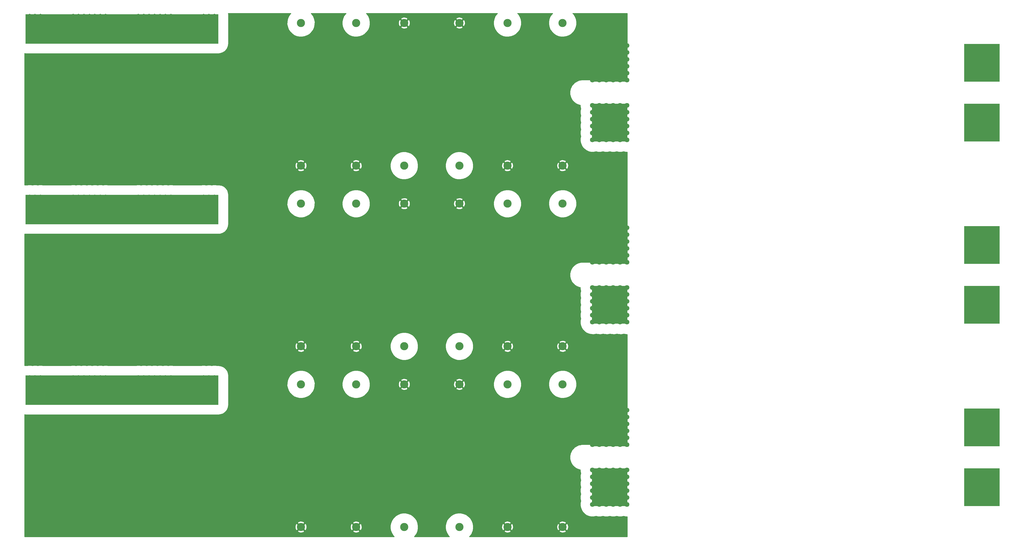
<source format=gbr>
G04 #@! TF.FileFunction,Copper,L2,Bot,Signal*
%FSLAX46Y46*%
G04 Gerber Fmt 4.6, Leading zero omitted, Abs format (unit mm)*
G04 Created by KiCad (PCBNEW 4.0.1-stable) date 11/01/2018 20:27:04*
%MOMM*%
G01*
G04 APERTURE LIST*
%ADD10C,0.100000*%
%ADD11C,8.000000*%
%ADD12R,71.000000X10.800000*%
%ADD13C,3.000000*%
%ADD14R,13.000000X14.000000*%
%ADD15C,1.800000*%
%ADD16C,1.200000*%
%ADD17C,0.600000*%
%ADD18C,0.254000*%
G04 APERTURE END LIST*
D10*
D11*
X100000000Y-126300000D03*
X76200000Y-126300000D03*
X123800000Y-126300000D03*
X76200000Y-173500000D03*
X100000000Y-173500000D03*
X123800000Y-173500000D03*
D12*
X100000000Y-125900000D03*
X100000000Y-173900000D03*
D13*
X165850000Y-57250000D03*
X165850000Y-109750000D03*
X186150000Y-109750000D03*
X186150000Y-57250000D03*
D14*
X279500000Y-139000000D03*
X279500000Y-161000000D03*
X416500000Y-139000000D03*
X416500000Y-161000000D03*
X279500000Y-71900000D03*
X279500000Y-93900000D03*
X416500000Y-71900000D03*
X416500000Y-93900000D03*
D11*
X100000000Y-192800000D03*
X76200000Y-192800000D03*
X123800000Y-192800000D03*
X76200000Y-240000000D03*
X100000000Y-240000000D03*
X123800000Y-240000000D03*
D12*
X100000000Y-192400000D03*
X100000000Y-240400000D03*
D11*
X100000000Y-192800000D03*
X76200000Y-192800000D03*
X123800000Y-192800000D03*
X76200000Y-240000000D03*
X100000000Y-240000000D03*
X123800000Y-240000000D03*
D12*
X100000000Y-192400000D03*
X100000000Y-240400000D03*
D11*
X100000000Y-59850000D03*
X76200000Y-59850000D03*
X123800000Y-59850000D03*
X76200000Y-107050000D03*
X100000000Y-107050000D03*
X123800000Y-107050000D03*
D12*
X100000000Y-59450000D03*
X100000000Y-107450000D03*
D14*
X279500000Y-206100000D03*
X279500000Y-228100000D03*
X416500000Y-206100000D03*
X416500000Y-228100000D03*
D15*
X273150000Y-199750000D03*
X278230000Y-199750000D03*
X280770000Y-199750000D03*
X283310000Y-199750000D03*
X285850000Y-199750000D03*
X283310000Y-202290000D03*
X275690000Y-199750000D03*
X285850000Y-202290000D03*
X273150000Y-204830000D03*
X273150000Y-207370000D03*
X273150000Y-212450000D03*
X273150000Y-202290000D03*
X275690000Y-202290000D03*
X275690000Y-212450000D03*
X278230000Y-212450000D03*
X280770000Y-212450000D03*
X283310000Y-209910000D03*
X285850000Y-209910000D03*
X273150000Y-209910000D03*
X275690000Y-209910000D03*
X285850000Y-207370000D03*
X285850000Y-204830000D03*
X283310000Y-212450000D03*
X285850000Y-212450000D03*
X273150000Y-221750000D03*
X278230000Y-221750000D03*
X280770000Y-221750000D03*
X283310000Y-221750000D03*
X285850000Y-221750000D03*
X283310000Y-224290000D03*
X275690000Y-221750000D03*
X285850000Y-224290000D03*
X273150000Y-226830000D03*
X273150000Y-229370000D03*
X273150000Y-234450000D03*
X273150000Y-224290000D03*
X275690000Y-224290000D03*
X275690000Y-234450000D03*
X278230000Y-234450000D03*
X280770000Y-234450000D03*
X283310000Y-231910000D03*
X285850000Y-231910000D03*
X273150000Y-231910000D03*
X275690000Y-231910000D03*
X285850000Y-229370000D03*
X285850000Y-226830000D03*
X283310000Y-234450000D03*
X285850000Y-234450000D03*
X273150000Y-132650000D03*
X278230000Y-132650000D03*
X280770000Y-132650000D03*
X283310000Y-132650000D03*
X285850000Y-132650000D03*
X283310000Y-135190000D03*
X275690000Y-132650000D03*
X285850000Y-135190000D03*
X273150000Y-137730000D03*
X273150000Y-140270000D03*
X273150000Y-145350000D03*
X273150000Y-135190000D03*
X275690000Y-135190000D03*
X275690000Y-145350000D03*
X278230000Y-145350000D03*
X280770000Y-145350000D03*
X283310000Y-142810000D03*
X285850000Y-142810000D03*
X273150000Y-142810000D03*
X275690000Y-142810000D03*
X285850000Y-140270000D03*
X285850000Y-137730000D03*
X283310000Y-145350000D03*
X285850000Y-145350000D03*
X273150000Y-87550000D03*
X278230000Y-87550000D03*
X280770000Y-87550000D03*
X283310000Y-87550000D03*
X285850000Y-87550000D03*
X283310000Y-90090000D03*
X275690000Y-87550000D03*
X285850000Y-90090000D03*
X273150000Y-92630000D03*
X273150000Y-95170000D03*
X273150000Y-100250000D03*
X273150000Y-90090000D03*
X275690000Y-90090000D03*
X275690000Y-100250000D03*
X278230000Y-100250000D03*
X280770000Y-100250000D03*
X283310000Y-97710000D03*
X285850000Y-97710000D03*
X273150000Y-97710000D03*
X275690000Y-97710000D03*
X285850000Y-95170000D03*
X285850000Y-92630000D03*
X283310000Y-100250000D03*
X285850000Y-100250000D03*
X273150000Y-65550000D03*
X278230000Y-65550000D03*
X280770000Y-65550000D03*
X283310000Y-65550000D03*
X285850000Y-65550000D03*
X283310000Y-68090000D03*
X275690000Y-65550000D03*
X285850000Y-68090000D03*
X273150000Y-70630000D03*
X273150000Y-73170000D03*
X273150000Y-78250000D03*
X273150000Y-68090000D03*
X275690000Y-68090000D03*
X275690000Y-78250000D03*
X278230000Y-78250000D03*
X280770000Y-78250000D03*
X283310000Y-75710000D03*
X285850000Y-75710000D03*
X273150000Y-75710000D03*
X275690000Y-75710000D03*
X285850000Y-73170000D03*
X285850000Y-70630000D03*
X283310000Y-78250000D03*
X285850000Y-78250000D03*
X273150000Y-154650000D03*
X278230000Y-154650000D03*
X280770000Y-154650000D03*
X283310000Y-154650000D03*
X285850000Y-154650000D03*
X283310000Y-157190000D03*
X275690000Y-154650000D03*
X285850000Y-157190000D03*
X273150000Y-159730000D03*
X273150000Y-162270000D03*
X273150000Y-167350000D03*
X273150000Y-157190000D03*
X275690000Y-157190000D03*
X275690000Y-167350000D03*
X278230000Y-167350000D03*
X280770000Y-167350000D03*
X283310000Y-164810000D03*
X285850000Y-164810000D03*
X273150000Y-164810000D03*
X275690000Y-164810000D03*
X285850000Y-162270000D03*
X285850000Y-159730000D03*
X283310000Y-167350000D03*
X285850000Y-167350000D03*
D13*
X224150000Y-109750000D03*
X224150000Y-57250000D03*
X203850000Y-57250000D03*
X203850000Y-109750000D03*
X241850000Y-190250000D03*
X241850000Y-242750000D03*
X262150000Y-242750000D03*
X262150000Y-190250000D03*
X241850000Y-123750000D03*
X241850000Y-176250000D03*
X262150000Y-176250000D03*
X262150000Y-123750000D03*
X241850000Y-57250000D03*
X241850000Y-109750000D03*
X262150000Y-109750000D03*
X262150000Y-57250000D03*
X224150000Y-242750000D03*
X224150000Y-190250000D03*
X203850000Y-190250000D03*
X203850000Y-242750000D03*
X165850000Y-190250000D03*
X165850000Y-242750000D03*
X186150000Y-242750000D03*
X186150000Y-190250000D03*
X165850000Y-123750000D03*
X165850000Y-176250000D03*
X186150000Y-176250000D03*
X186150000Y-123750000D03*
X224150000Y-176250000D03*
X224150000Y-123750000D03*
X203850000Y-123750000D03*
X203850000Y-176250000D03*
D16*
X66000000Y-54500000D03*
X68000000Y-54500000D03*
X70000000Y-54500000D03*
X82000000Y-54500000D03*
X84000000Y-54500000D03*
X86000000Y-54500000D03*
X88000000Y-54500000D03*
X90000000Y-54500000D03*
X92000000Y-54500000D03*
X94000000Y-54500000D03*
X106000000Y-54500000D03*
X108000000Y-54500000D03*
X110000000Y-54500000D03*
X112000000Y-54500000D03*
X114000000Y-54500000D03*
X116000000Y-54500000D03*
X118000000Y-54500000D03*
X130000000Y-54500000D03*
X132000000Y-54500000D03*
X134000000Y-54500000D03*
X66000000Y-121000000D03*
X68000000Y-121000000D03*
X70000000Y-121000000D03*
X82000000Y-121000000D03*
X84000000Y-121000000D03*
X86000000Y-121000000D03*
X88000000Y-121000000D03*
X90000000Y-121000000D03*
X92000000Y-121000000D03*
X94000000Y-121000000D03*
X106000000Y-121000000D03*
X108000000Y-121000000D03*
X110000000Y-121000000D03*
X112000000Y-121000000D03*
X114000000Y-121000000D03*
X116000000Y-121000000D03*
X118000000Y-121000000D03*
X130000000Y-121000000D03*
X132000000Y-121000000D03*
X134000000Y-121000000D03*
X66000000Y-187500000D03*
X68000000Y-187500000D03*
X70000000Y-187500000D03*
X82000000Y-187500000D03*
X84000000Y-187500000D03*
X86000000Y-187500000D03*
X88000000Y-187500000D03*
X90000000Y-187500000D03*
X92000000Y-187500000D03*
X94000000Y-187500000D03*
X106000000Y-187500000D03*
X108000000Y-187500000D03*
X110000000Y-187500000D03*
X112000000Y-187500000D03*
X114000000Y-187500000D03*
X116000000Y-187500000D03*
X118000000Y-187500000D03*
X130000000Y-187500000D03*
X132000000Y-187500000D03*
X134000000Y-187500000D03*
X82000000Y-191500000D03*
X82000000Y-125000000D03*
X84000000Y-189500000D03*
X84000000Y-123000000D03*
X82000000Y-189500000D03*
X82000000Y-123000000D03*
X84000000Y-191500000D03*
X84000000Y-125000000D03*
X86000000Y-191500000D03*
X86000000Y-125000000D03*
X86000000Y-189500000D03*
X86000000Y-123000000D03*
X86000000Y-193500000D03*
X86000000Y-127000000D03*
X94000000Y-189500000D03*
X94000000Y-123000000D03*
X94000000Y-191500000D03*
X94000000Y-125000000D03*
X92000000Y-189500000D03*
X92000000Y-123000000D03*
X94000000Y-193500000D03*
X94000000Y-127000000D03*
X92000000Y-191500000D03*
X92000000Y-125000000D03*
X84000000Y-193500000D03*
X84000000Y-127000000D03*
X84000000Y-195500000D03*
X84000000Y-129000000D03*
X82000000Y-193500000D03*
X82000000Y-127000000D03*
X86000000Y-195500000D03*
X86000000Y-129000000D03*
X82000000Y-195500000D03*
X82000000Y-129000000D03*
X90000000Y-195500000D03*
X90000000Y-129000000D03*
X92000000Y-195500000D03*
X92000000Y-129000000D03*
X92000000Y-193500000D03*
X92000000Y-127000000D03*
X90000000Y-193500000D03*
X90000000Y-127000000D03*
X94000000Y-195500000D03*
X94000000Y-129000000D03*
X90000000Y-191500000D03*
X90000000Y-125000000D03*
X88000000Y-195500000D03*
X88000000Y-129000000D03*
X88000000Y-193500000D03*
X88000000Y-127000000D03*
X88000000Y-189500000D03*
X88000000Y-123000000D03*
X88000000Y-191500000D03*
X88000000Y-125000000D03*
X90000000Y-189500000D03*
X90000000Y-123000000D03*
X68000000Y-191500000D03*
X68000000Y-125000000D03*
X66000000Y-191500000D03*
X66000000Y-125000000D03*
X70000000Y-191500000D03*
X70000000Y-125000000D03*
X68000000Y-189500000D03*
X68000000Y-123000000D03*
X70000000Y-189500000D03*
X70000000Y-123000000D03*
X66000000Y-189500000D03*
X66000000Y-123000000D03*
X70000000Y-193500000D03*
X70000000Y-127000000D03*
X66000000Y-193500000D03*
X66000000Y-127000000D03*
X66000000Y-195500000D03*
X66000000Y-129000000D03*
X70000000Y-195500000D03*
X70000000Y-129000000D03*
X68000000Y-195500000D03*
X68000000Y-129000000D03*
X68000000Y-193500000D03*
X68000000Y-127000000D03*
X116000000Y-191500000D03*
X116000000Y-125000000D03*
X116000000Y-193500000D03*
X116000000Y-127000000D03*
X118000000Y-193500000D03*
X118000000Y-127000000D03*
X116000000Y-195500000D03*
X116000000Y-129000000D03*
X118000000Y-195500000D03*
X118000000Y-129000000D03*
X118000000Y-191500000D03*
X118000000Y-125000000D03*
X106000000Y-191500000D03*
X106000000Y-125000000D03*
X110000000Y-189500000D03*
X110000000Y-123000000D03*
X108000000Y-189500000D03*
X108000000Y-123000000D03*
X110000000Y-191500000D03*
X110000000Y-125000000D03*
X106000000Y-189500000D03*
X106000000Y-123000000D03*
X108000000Y-191500000D03*
X108000000Y-125000000D03*
X130000000Y-195500000D03*
X130000000Y-129000000D03*
X132000000Y-195500000D03*
X132000000Y-129000000D03*
X134000000Y-193500000D03*
X134000000Y-127000000D03*
X134000000Y-195500000D03*
X134000000Y-129000000D03*
X132000000Y-193500000D03*
X132000000Y-127000000D03*
X130000000Y-193500000D03*
X130000000Y-127000000D03*
X114000000Y-189500000D03*
X114000000Y-123000000D03*
X118000000Y-189500000D03*
X118000000Y-123000000D03*
X116000000Y-189500000D03*
X116000000Y-123000000D03*
X114000000Y-191500000D03*
X114000000Y-125000000D03*
X132000000Y-189500000D03*
X132000000Y-123000000D03*
X134000000Y-191500000D03*
X134000000Y-125000000D03*
X132000000Y-191500000D03*
X132000000Y-125000000D03*
X134000000Y-189500000D03*
X134000000Y-123000000D03*
X130000000Y-189500000D03*
X130000000Y-123000000D03*
X130000000Y-191500000D03*
X130000000Y-125000000D03*
X112000000Y-195500000D03*
X112000000Y-129000000D03*
X114000000Y-193500000D03*
X114000000Y-127000000D03*
X114000000Y-195500000D03*
X114000000Y-129000000D03*
X110000000Y-195500000D03*
X110000000Y-129000000D03*
X112000000Y-189500000D03*
X112000000Y-123000000D03*
X112000000Y-193500000D03*
X112000000Y-127000000D03*
X110000000Y-193500000D03*
X110000000Y-127000000D03*
X112000000Y-191500000D03*
X112000000Y-125000000D03*
X106000000Y-193500000D03*
X106000000Y-127000000D03*
X106000000Y-195500000D03*
X106000000Y-129000000D03*
X108000000Y-193500000D03*
X108000000Y-127000000D03*
X108000000Y-195500000D03*
X108000000Y-129000000D03*
X134000000Y-62500000D03*
X132000000Y-62500000D03*
X130000000Y-62500000D03*
X134000000Y-60500000D03*
X132000000Y-60500000D03*
X130000000Y-60500000D03*
X134000000Y-58500000D03*
X132000000Y-58500000D03*
X130000000Y-58500000D03*
X134000000Y-56500000D03*
X132000000Y-56500000D03*
X130000000Y-56500000D03*
X118000000Y-62500000D03*
X116000000Y-62500000D03*
X114000000Y-62500000D03*
X112000000Y-62500000D03*
X110000000Y-62500000D03*
X108000000Y-62500000D03*
X106000000Y-62500000D03*
X118000000Y-60500000D03*
X116000000Y-60500000D03*
X114000000Y-60500000D03*
X112000000Y-60500000D03*
X110000000Y-60500000D03*
X108000000Y-60500000D03*
X106000000Y-60500000D03*
X118000000Y-58500000D03*
X116000000Y-58500000D03*
X114000000Y-58500000D03*
X112000000Y-58500000D03*
X110000000Y-58500000D03*
X108000000Y-58500000D03*
X106000000Y-58500000D03*
X118000000Y-56500000D03*
X116000000Y-56500000D03*
X114000000Y-56500000D03*
X112000000Y-56500000D03*
X110000000Y-56500000D03*
X108000000Y-56500000D03*
X106000000Y-56500000D03*
X94000000Y-62500000D03*
X92000000Y-62500000D03*
X90000000Y-62500000D03*
X88000000Y-62500000D03*
X86000000Y-62500000D03*
X84000000Y-62500000D03*
X82000000Y-62500000D03*
X94000000Y-60500000D03*
X92000000Y-60500000D03*
X90000000Y-60500000D03*
X88000000Y-60500000D03*
X86000000Y-60500000D03*
X84000000Y-60500000D03*
X82000000Y-60500000D03*
X94000000Y-58500000D03*
X92000000Y-58500000D03*
X90000000Y-58500000D03*
X88000000Y-58500000D03*
X86000000Y-58500000D03*
X84000000Y-58500000D03*
X82000000Y-58500000D03*
X94000000Y-56500000D03*
X92000000Y-56500000D03*
X90000000Y-56500000D03*
X88000000Y-56500000D03*
X86000000Y-56500000D03*
X84000000Y-56500000D03*
X82000000Y-56500000D03*
X70000000Y-62500000D03*
X68000000Y-62500000D03*
X66000000Y-62500000D03*
X70000000Y-60500000D03*
X68000000Y-60500000D03*
X66000000Y-60500000D03*
X70000000Y-58500000D03*
X68000000Y-58500000D03*
X66000000Y-58500000D03*
X70000000Y-56500000D03*
X68000000Y-56500000D03*
X66000000Y-56500000D03*
X71000000Y-170500000D03*
X71000000Y-172500000D03*
X71000000Y-174500000D03*
X71000000Y-176500000D03*
X71000000Y-178500000D03*
X73000000Y-178500000D03*
X80000000Y-245000000D03*
X128000000Y-245000000D03*
X120000000Y-245000000D03*
X104000000Y-245000000D03*
X96000000Y-245000000D03*
X128000000Y-178500000D03*
X80000000Y-178500000D03*
X120000000Y-178500000D03*
X104000000Y-178500000D03*
X96000000Y-178500000D03*
X128000000Y-112000000D03*
X120000000Y-112000000D03*
X104000000Y-112000000D03*
X96000000Y-112000000D03*
X80000000Y-112000000D03*
X128000000Y-230500000D03*
X128000000Y-226500000D03*
X128000000Y-222500000D03*
X128000000Y-218500000D03*
X128000000Y-214500000D03*
X128000000Y-210500000D03*
X128000000Y-206500000D03*
X128000000Y-202500000D03*
X112000000Y-230500000D03*
X112000000Y-226500000D03*
X112000000Y-222500000D03*
X112000000Y-218500000D03*
X112000000Y-214500000D03*
X112000000Y-210500000D03*
X112000000Y-206500000D03*
X112000000Y-202500000D03*
X96000000Y-202500000D03*
X96000000Y-206500000D03*
X96000000Y-210500000D03*
X96000000Y-214500000D03*
X96000000Y-218500000D03*
X96000000Y-222500000D03*
X96000000Y-226500000D03*
X96000000Y-230500000D03*
X80000000Y-230500000D03*
X80000000Y-226500000D03*
X80000000Y-222500000D03*
X80000000Y-218500000D03*
X80000000Y-214500000D03*
X80000000Y-210500000D03*
X80000000Y-206500000D03*
X80000000Y-202500000D03*
X128000000Y-69500000D03*
X128000000Y-73500000D03*
X128000000Y-77500000D03*
X128000000Y-81500000D03*
X128000000Y-85500000D03*
X128000000Y-89500000D03*
X128000000Y-93500000D03*
X128000000Y-97500000D03*
X112000000Y-97500000D03*
X112000000Y-93500000D03*
X112000000Y-89500000D03*
X112000000Y-85500000D03*
X112000000Y-81500000D03*
X112000000Y-77500000D03*
X112000000Y-73500000D03*
X112000000Y-69500000D03*
X96000000Y-69500000D03*
X96000000Y-73500000D03*
X96000000Y-77500000D03*
X96000000Y-81500000D03*
X96000000Y-85500000D03*
X96000000Y-89500000D03*
X96000000Y-93500000D03*
X96000000Y-97500000D03*
X80000000Y-97500000D03*
X80000000Y-93500000D03*
X80000000Y-89500000D03*
X80000000Y-85500000D03*
X80000000Y-81500000D03*
X80000000Y-77500000D03*
X80000000Y-73500000D03*
X80000000Y-69500000D03*
X128000000Y-164000000D03*
X128000000Y-160000000D03*
X128000000Y-156000000D03*
X128000000Y-152000000D03*
X128000000Y-148000000D03*
X128000000Y-144000000D03*
X128000000Y-140000000D03*
X128000000Y-136000000D03*
X112000000Y-164000000D03*
X112000000Y-160000000D03*
X112000000Y-156000000D03*
X112000000Y-152000000D03*
X112000000Y-148000000D03*
X112000000Y-144000000D03*
X112000000Y-140000000D03*
X112000000Y-136000000D03*
X96000000Y-164000000D03*
X96000000Y-160000000D03*
X96000000Y-156000000D03*
X96000000Y-152000000D03*
X96000000Y-148000000D03*
X96000000Y-144000000D03*
X96000000Y-140000000D03*
X96000000Y-136000000D03*
X80000000Y-164000000D03*
X80000000Y-160000000D03*
X80000000Y-156000000D03*
X80000000Y-152000000D03*
X80000000Y-148000000D03*
X80000000Y-144000000D03*
X80000000Y-140000000D03*
X80000000Y-136000000D03*
X94000000Y-112000000D03*
X92000000Y-112000000D03*
X90000000Y-112000000D03*
X88000000Y-112000000D03*
X86000000Y-112000000D03*
X84000000Y-112000000D03*
X82000000Y-112000000D03*
X134000000Y-112000000D03*
X132000000Y-112000000D03*
X130000000Y-112000000D03*
X118000000Y-112000000D03*
X116000000Y-112000000D03*
X114000000Y-112000000D03*
X112000000Y-112000000D03*
X110000000Y-112000000D03*
X108000000Y-112000000D03*
X106000000Y-112000000D03*
X134000000Y-245000000D03*
X132000000Y-245000000D03*
X130000000Y-245000000D03*
X118000000Y-245000000D03*
X116000000Y-245000000D03*
X114000000Y-245000000D03*
X112000000Y-245000000D03*
X110000000Y-245000000D03*
X108000000Y-245000000D03*
X106000000Y-245000000D03*
X94000000Y-245000000D03*
X92000000Y-245000000D03*
X90000000Y-245000000D03*
X88000000Y-245000000D03*
X86000000Y-245000000D03*
X84000000Y-245000000D03*
X82000000Y-245000000D03*
X134000000Y-178500000D03*
X132000000Y-178500000D03*
X130000000Y-178500000D03*
X118000000Y-178500000D03*
X116000000Y-178500000D03*
X114000000Y-178500000D03*
X112000000Y-178500000D03*
X110000000Y-178500000D03*
X108000000Y-178500000D03*
X106000000Y-178500000D03*
X94000000Y-178500000D03*
X92000000Y-178500000D03*
X90000000Y-178500000D03*
X88000000Y-178500000D03*
X86000000Y-178500000D03*
X84000000Y-178500000D03*
X82000000Y-178500000D03*
X106000000Y-239000000D03*
X106000000Y-172500000D03*
X106000000Y-237000000D03*
X106000000Y-170500000D03*
X108000000Y-239000000D03*
X108000000Y-172500000D03*
X108000000Y-237000000D03*
X108000000Y-170500000D03*
X108000000Y-241000000D03*
X108000000Y-174500000D03*
X112000000Y-237000000D03*
X112000000Y-170500000D03*
X110000000Y-239000000D03*
X110000000Y-172500000D03*
X110000000Y-237000000D03*
X110000000Y-170500000D03*
X114000000Y-237000000D03*
X114000000Y-170500000D03*
X114000000Y-239000000D03*
X114000000Y-172500000D03*
X112000000Y-239000000D03*
X112000000Y-172500000D03*
X116000000Y-237000000D03*
X116000000Y-170500000D03*
X116000000Y-239000000D03*
X116000000Y-172500000D03*
X110000000Y-243000000D03*
X110000000Y-176500000D03*
X110000000Y-241000000D03*
X110000000Y-174500000D03*
X106000000Y-243000000D03*
X106000000Y-176500000D03*
X108000000Y-243000000D03*
X108000000Y-176500000D03*
X106000000Y-241000000D03*
X106000000Y-174500000D03*
X112000000Y-243000000D03*
X112000000Y-176500000D03*
X116000000Y-243000000D03*
X116000000Y-176500000D03*
X116000000Y-241000000D03*
X116000000Y-174500000D03*
X112000000Y-241000000D03*
X112000000Y-174500000D03*
X114000000Y-243000000D03*
X114000000Y-176500000D03*
X114000000Y-241000000D03*
X114000000Y-174500000D03*
X118000000Y-239000000D03*
X118000000Y-172500000D03*
X118000000Y-241000000D03*
X118000000Y-174500000D03*
X118000000Y-243000000D03*
X118000000Y-176500000D03*
X118000000Y-237000000D03*
X118000000Y-170500000D03*
X130000000Y-237000000D03*
X130000000Y-170500000D03*
X134000000Y-239000000D03*
X134000000Y-172500000D03*
X132000000Y-237000000D03*
X132000000Y-170500000D03*
X134000000Y-237000000D03*
X134000000Y-170500000D03*
X132000000Y-239000000D03*
X132000000Y-172500000D03*
X130000000Y-239000000D03*
X130000000Y-172500000D03*
X132000000Y-241000000D03*
X132000000Y-174500000D03*
X132000000Y-243000000D03*
X132000000Y-176500000D03*
X130000000Y-241000000D03*
X130000000Y-174500000D03*
X134000000Y-243000000D03*
X134000000Y-176500000D03*
X134000000Y-241000000D03*
X134000000Y-174500000D03*
X130000000Y-243000000D03*
X130000000Y-176500000D03*
X82000000Y-241000000D03*
X82000000Y-174500000D03*
X82000000Y-243000000D03*
X82000000Y-176500000D03*
X84000000Y-241000000D03*
X84000000Y-174500000D03*
X84000000Y-243000000D03*
X84000000Y-176500000D03*
X86000000Y-241000000D03*
X86000000Y-174500000D03*
X86000000Y-243000000D03*
X86000000Y-176500000D03*
X88000000Y-241000000D03*
X88000000Y-174500000D03*
X92000000Y-241000000D03*
X92000000Y-174500000D03*
X90000000Y-243000000D03*
X90000000Y-176500000D03*
X90000000Y-241000000D03*
X90000000Y-174500000D03*
X92000000Y-243000000D03*
X92000000Y-176500000D03*
X88000000Y-243000000D03*
X88000000Y-176500000D03*
X94000000Y-241000000D03*
X94000000Y-174500000D03*
X94000000Y-239000000D03*
X94000000Y-172500000D03*
X92000000Y-239000000D03*
X92000000Y-172500000D03*
X90000000Y-239000000D03*
X90000000Y-172500000D03*
X90000000Y-237000000D03*
X90000000Y-170500000D03*
X94000000Y-237000000D03*
X94000000Y-170500000D03*
X94000000Y-243000000D03*
X94000000Y-176500000D03*
X92000000Y-237000000D03*
X92000000Y-170500000D03*
X84000000Y-237000000D03*
X84000000Y-170500000D03*
X88000000Y-239000000D03*
X88000000Y-172500000D03*
X84000000Y-239000000D03*
X84000000Y-172500000D03*
X88000000Y-237000000D03*
X88000000Y-170500000D03*
X82000000Y-239000000D03*
X82000000Y-172500000D03*
X82000000Y-237000000D03*
X82000000Y-170500000D03*
X86000000Y-237000000D03*
X86000000Y-170500000D03*
X86000000Y-239000000D03*
X86000000Y-172500000D03*
X134000000Y-110000000D03*
X132000000Y-110000000D03*
X130000000Y-110000000D03*
X134000000Y-108000000D03*
X132000000Y-108000000D03*
X130000000Y-108000000D03*
X134000000Y-106000000D03*
X132000000Y-106000000D03*
X130000000Y-106000000D03*
X134000000Y-104000000D03*
X132000000Y-104000000D03*
X130000000Y-104000000D03*
X118000000Y-110000000D03*
X116000000Y-110000000D03*
X114000000Y-110000000D03*
X112000000Y-110000000D03*
X110000000Y-110000000D03*
X108000000Y-110000000D03*
X106000000Y-110000000D03*
X118000000Y-108000000D03*
X116000000Y-108000000D03*
X114000000Y-108000000D03*
X112000000Y-108000000D03*
X110000000Y-108000000D03*
X108000000Y-108000000D03*
X106000000Y-108000000D03*
X118000000Y-106000000D03*
X116000000Y-106000000D03*
X114000000Y-106000000D03*
X112000000Y-106000000D03*
X110000000Y-106000000D03*
X108000000Y-106000000D03*
X106000000Y-106000000D03*
X118000000Y-104000000D03*
X116000000Y-104000000D03*
X114000000Y-104000000D03*
X112000000Y-104000000D03*
X110000000Y-104000000D03*
X108000000Y-104000000D03*
X106000000Y-104000000D03*
X94000000Y-110000000D03*
X92000000Y-110000000D03*
X90000000Y-110000000D03*
X88000000Y-110000000D03*
X86000000Y-110000000D03*
X84000000Y-110000000D03*
X82000000Y-110000000D03*
X94000000Y-108000000D03*
X92000000Y-108000000D03*
X90000000Y-108000000D03*
X88000000Y-108000000D03*
X86000000Y-108000000D03*
X84000000Y-108000000D03*
X82000000Y-108000000D03*
X94000000Y-106000000D03*
X92000000Y-106000000D03*
X90000000Y-106000000D03*
X88000000Y-106000000D03*
X86000000Y-106000000D03*
X84000000Y-106000000D03*
X82000000Y-106000000D03*
X94000000Y-104000000D03*
X92000000Y-104000000D03*
X90000000Y-104000000D03*
X88000000Y-104000000D03*
X86000000Y-104000000D03*
X84000000Y-104000000D03*
X82000000Y-104000000D03*
D17*
X128000000Y-226500000D02*
X128000000Y-230500000D01*
X128000000Y-218500000D02*
X128000000Y-222500000D01*
X128000000Y-210500000D02*
X128000000Y-214500000D01*
X128000000Y-202500000D02*
X128000000Y-206500000D01*
X112000000Y-226500000D02*
X112000000Y-230500000D01*
X112000000Y-218500000D02*
X112000000Y-222500000D01*
X112000000Y-210500000D02*
X112000000Y-214500000D01*
X112000000Y-202500000D02*
X112000000Y-206500000D01*
X96000000Y-210500000D02*
X96000000Y-206500000D01*
X96000000Y-218500000D02*
X96000000Y-214500000D01*
X96000000Y-226500000D02*
X96000000Y-222500000D01*
X80000000Y-226500000D02*
X80000000Y-230500000D01*
X80000000Y-218500000D02*
X80000000Y-222500000D01*
X80000000Y-210500000D02*
X80000000Y-214500000D01*
X80000000Y-202500000D02*
X80000000Y-206500000D01*
X128000000Y-73500000D02*
X128000000Y-69500000D01*
X128000000Y-81500000D02*
X128000000Y-77500000D01*
X128000000Y-89500000D02*
X128000000Y-85500000D01*
X128000000Y-97500000D02*
X128000000Y-93500000D01*
X112000000Y-93500000D02*
X112000000Y-97500000D01*
X112000000Y-85500000D02*
X112000000Y-89500000D01*
X112000000Y-77500000D02*
X112000000Y-81500000D01*
X112000000Y-69500000D02*
X112000000Y-73500000D01*
X96000000Y-73500000D02*
X96000000Y-69500000D01*
X96000000Y-81500000D02*
X96000000Y-77500000D01*
X96000000Y-89500000D02*
X96000000Y-85500000D01*
X96000000Y-97500000D02*
X96000000Y-93500000D01*
X80000000Y-93500000D02*
X80000000Y-97500000D01*
X80000000Y-85500000D02*
X80000000Y-89500000D01*
X80000000Y-77500000D02*
X80000000Y-81500000D01*
X80000000Y-69500000D02*
X80000000Y-73500000D01*
X128000000Y-160000000D02*
X128000000Y-164000000D01*
X128000000Y-152000000D02*
X128000000Y-156000000D01*
X128000000Y-144000000D02*
X128000000Y-148000000D01*
X128000000Y-136000000D02*
X128000000Y-140000000D01*
X112000000Y-156000000D02*
X112000000Y-160000000D01*
X112000000Y-148000000D02*
X112000000Y-152000000D01*
X112000000Y-140000000D02*
X112000000Y-144000000D01*
X96000000Y-156000000D02*
X96000000Y-160000000D01*
X96000000Y-148000000D02*
X96000000Y-152000000D01*
X96000000Y-140000000D02*
X96000000Y-144000000D01*
X80000000Y-160000000D02*
X80000000Y-164000000D01*
X80000000Y-152000000D02*
X80000000Y-156000000D01*
X80000000Y-144000000D02*
X80000000Y-148000000D01*
X80000000Y-136000000D02*
X80000000Y-140000000D01*
D18*
G36*
X161903487Y-53938482D02*
X161335437Y-54768098D01*
X160939346Y-55692249D01*
X160730299Y-56675734D01*
X160716261Y-57681092D01*
X160897765Y-58670030D01*
X161267899Y-59604880D01*
X161812563Y-60450033D01*
X162511011Y-61173298D01*
X163336641Y-61747126D01*
X164258004Y-62149660D01*
X165240006Y-62365567D01*
X166245242Y-62386623D01*
X167235423Y-62212028D01*
X168172834Y-61848430D01*
X169021769Y-61309679D01*
X169749892Y-60616297D01*
X170329470Y-59794693D01*
X170738426Y-58876163D01*
X170961183Y-57895693D01*
X170977219Y-56747272D01*
X170781925Y-55760964D01*
X170398776Y-54831373D01*
X169842364Y-53993907D01*
X169552488Y-53702000D01*
X182444974Y-53702000D01*
X182203487Y-53938482D01*
X181635437Y-54768098D01*
X181239346Y-55692249D01*
X181030299Y-56675734D01*
X181016261Y-57681092D01*
X181197765Y-58670030D01*
X181567899Y-59604880D01*
X182112563Y-60450033D01*
X182811011Y-61173298D01*
X183636641Y-61747126D01*
X184558004Y-62149660D01*
X185540006Y-62365567D01*
X186545242Y-62386623D01*
X187535423Y-62212028D01*
X188472834Y-61848430D01*
X189321769Y-61309679D01*
X190049892Y-60616297D01*
X190629470Y-59794693D01*
X191038426Y-58876163D01*
X191062155Y-58771717D01*
X202572942Y-58771717D01*
X202733074Y-59081643D01*
X203111871Y-59264349D01*
X203519034Y-59369646D01*
X203938917Y-59393486D01*
X204355381Y-59334953D01*
X204752425Y-59196297D01*
X204966926Y-59081643D01*
X205127058Y-58771717D01*
X222872942Y-58771717D01*
X223033074Y-59081643D01*
X223411871Y-59264349D01*
X223819034Y-59369646D01*
X224238917Y-59393486D01*
X224655381Y-59334953D01*
X225052425Y-59196297D01*
X225266926Y-59081643D01*
X225427058Y-58771717D01*
X224150000Y-57494659D01*
X222872942Y-58771717D01*
X205127058Y-58771717D01*
X203850000Y-57494659D01*
X202572942Y-58771717D01*
X191062155Y-58771717D01*
X191261183Y-57895693D01*
X191268957Y-57338917D01*
X201706514Y-57338917D01*
X201765047Y-57755381D01*
X201903703Y-58152425D01*
X202018357Y-58366926D01*
X202328283Y-58527058D01*
X203605341Y-57250000D01*
X204094659Y-57250000D01*
X205371717Y-58527058D01*
X205681643Y-58366926D01*
X205864349Y-57988129D01*
X205969646Y-57580966D01*
X205983388Y-57338917D01*
X222006514Y-57338917D01*
X222065047Y-57755381D01*
X222203703Y-58152425D01*
X222318357Y-58366926D01*
X222628283Y-58527058D01*
X223905341Y-57250000D01*
X224394659Y-57250000D01*
X225671717Y-58527058D01*
X225981643Y-58366926D01*
X226164349Y-57988129D01*
X226269646Y-57580966D01*
X226293486Y-57161083D01*
X226234953Y-56744619D01*
X226096297Y-56347575D01*
X225981643Y-56133074D01*
X225671717Y-55972942D01*
X224394659Y-57250000D01*
X223905341Y-57250000D01*
X222628283Y-55972942D01*
X222318357Y-56133074D01*
X222135651Y-56511871D01*
X222030354Y-56919034D01*
X222006514Y-57338917D01*
X205983388Y-57338917D01*
X205993486Y-57161083D01*
X205934953Y-56744619D01*
X205796297Y-56347575D01*
X205681643Y-56133074D01*
X205371717Y-55972942D01*
X204094659Y-57250000D01*
X203605341Y-57250000D01*
X202328283Y-55972942D01*
X202018357Y-56133074D01*
X201835651Y-56511871D01*
X201730354Y-56919034D01*
X201706514Y-57338917D01*
X191268957Y-57338917D01*
X191277219Y-56747272D01*
X191081925Y-55760964D01*
X191068455Y-55728283D01*
X202572942Y-55728283D01*
X203850000Y-57005341D01*
X205127058Y-55728283D01*
X222872942Y-55728283D01*
X224150000Y-57005341D01*
X225427058Y-55728283D01*
X225266926Y-55418357D01*
X224888129Y-55235651D01*
X224480966Y-55130354D01*
X224061083Y-55106514D01*
X223644619Y-55165047D01*
X223247575Y-55303703D01*
X223033074Y-55418357D01*
X222872942Y-55728283D01*
X205127058Y-55728283D01*
X204966926Y-55418357D01*
X204588129Y-55235651D01*
X204180966Y-55130354D01*
X203761083Y-55106514D01*
X203344619Y-55165047D01*
X202947575Y-55303703D01*
X202733074Y-55418357D01*
X202572942Y-55728283D01*
X191068455Y-55728283D01*
X190698776Y-54831373D01*
X190142364Y-53993907D01*
X189852488Y-53702000D01*
X238144974Y-53702000D01*
X237903487Y-53938482D01*
X237335437Y-54768098D01*
X236939346Y-55692249D01*
X236730299Y-56675734D01*
X236716261Y-57681092D01*
X236897765Y-58670030D01*
X237267899Y-59604880D01*
X237812563Y-60450033D01*
X238511011Y-61173298D01*
X239336641Y-61747126D01*
X240258004Y-62149660D01*
X241240006Y-62365567D01*
X242245242Y-62386623D01*
X243235423Y-62212028D01*
X244172834Y-61848430D01*
X245021769Y-61309679D01*
X245749892Y-60616297D01*
X246329470Y-59794693D01*
X246738426Y-58876163D01*
X246961183Y-57895693D01*
X246977219Y-56747272D01*
X246781925Y-55760964D01*
X246398776Y-54831373D01*
X245842364Y-53993907D01*
X245552488Y-53702000D01*
X258444974Y-53702000D01*
X258203487Y-53938482D01*
X257635437Y-54768098D01*
X257239346Y-55692249D01*
X257030299Y-56675734D01*
X257016261Y-57681092D01*
X257197765Y-58670030D01*
X257567899Y-59604880D01*
X258112563Y-60450033D01*
X258811011Y-61173298D01*
X259636641Y-61747126D01*
X260558004Y-62149660D01*
X261540006Y-62365567D01*
X262545242Y-62386623D01*
X263535423Y-62212028D01*
X264472834Y-61848430D01*
X265321769Y-61309679D01*
X266049892Y-60616297D01*
X266629470Y-59794693D01*
X267038426Y-58876163D01*
X267261183Y-57895693D01*
X267277219Y-56747272D01*
X267081925Y-55760964D01*
X266698776Y-54831373D01*
X266142364Y-53993907D01*
X265852488Y-53702000D01*
X285873000Y-53702000D01*
X285873000Y-78198000D01*
X269500000Y-78198000D01*
X269499083Y-78198090D01*
X269474281Y-78198089D01*
X269460319Y-78198186D01*
X269293009Y-78215765D01*
X269073379Y-78221168D01*
X268879430Y-78242923D01*
X268551168Y-78312697D01*
X268222079Y-78377860D01*
X268172724Y-78393138D01*
X268172714Y-78393140D01*
X268172706Y-78393144D01*
X268172701Y-78393145D01*
X267986671Y-78452158D01*
X267678273Y-78584339D01*
X267368071Y-78712195D01*
X267322603Y-78736779D01*
X267151578Y-78830801D01*
X266874716Y-79020373D01*
X266595265Y-79206039D01*
X266555438Y-79238986D01*
X266405932Y-79364436D01*
X266171136Y-79604201D01*
X265933082Y-79840600D01*
X265900427Y-79880639D01*
X265900421Y-79880645D01*
X265900417Y-79880651D01*
X265900413Y-79880656D01*
X265778122Y-80032756D01*
X265594379Y-80313546D01*
X265406783Y-80591665D01*
X265382516Y-80637304D01*
X265382509Y-80637318D01*
X265382506Y-80637322D01*
X265382504Y-80637327D01*
X265292096Y-80810259D01*
X265166385Y-81121401D01*
X265036372Y-81430693D01*
X265021432Y-81480176D01*
X264966330Y-81667402D01*
X264903463Y-81996966D01*
X264835994Y-82325642D01*
X264830950Y-82377085D01*
X264813261Y-82571447D01*
X264815603Y-82906980D01*
X264813261Y-83242514D01*
X264818305Y-83293956D01*
X264838706Y-83488053D01*
X264906177Y-83816742D01*
X264969044Y-84146303D01*
X264983983Y-84195786D01*
X265041695Y-84382224D01*
X265171732Y-84691570D01*
X265297408Y-85002632D01*
X265321674Y-85048269D01*
X265321676Y-85048274D01*
X265321679Y-85048279D01*
X265414500Y-85219948D01*
X265602146Y-85498146D01*
X265785858Y-85778886D01*
X265818514Y-85818926D01*
X265818518Y-85818932D01*
X265818522Y-85818936D01*
X265818527Y-85818942D01*
X265942930Y-85969320D01*
X266181032Y-86205764D01*
X266415766Y-86445467D01*
X266455593Y-86478415D01*
X266606835Y-86601765D01*
X266886320Y-86787454D01*
X267163159Y-86977010D01*
X267208628Y-87001595D01*
X267380950Y-87093220D01*
X267691189Y-87221091D01*
X267999559Y-87353258D01*
X268048936Y-87368543D01*
X268235773Y-87424952D01*
X268564919Y-87490125D01*
X268623028Y-87502476D01*
X268617050Y-87930642D01*
X268777313Y-88803848D01*
X268788851Y-88832990D01*
X268629445Y-89582939D01*
X268617050Y-90470642D01*
X268777313Y-91343848D01*
X268788851Y-91372990D01*
X268629445Y-92122939D01*
X268617050Y-93010642D01*
X268777313Y-93883848D01*
X268788851Y-93912990D01*
X268629445Y-94662939D01*
X268617050Y-95550642D01*
X268777313Y-96423848D01*
X268788851Y-96452990D01*
X268629445Y-97202939D01*
X268617050Y-98090642D01*
X268777313Y-98963848D01*
X268788851Y-98992990D01*
X268629445Y-99742939D01*
X268617050Y-100630642D01*
X268777313Y-101503848D01*
X269104130Y-102329295D01*
X269585054Y-103075542D01*
X270201765Y-103714165D01*
X270930773Y-104220839D01*
X271744311Y-104576265D01*
X272611392Y-104766905D01*
X273498987Y-104785497D01*
X274373290Y-104631334D01*
X274431713Y-104608673D01*
X275151392Y-104766905D01*
X276038987Y-104785497D01*
X276913290Y-104631334D01*
X276971713Y-104608673D01*
X277691392Y-104766905D01*
X278578987Y-104785497D01*
X279453290Y-104631334D01*
X279511713Y-104608673D01*
X280231392Y-104766905D01*
X281118987Y-104785497D01*
X281993290Y-104631334D01*
X282051713Y-104608673D01*
X282771392Y-104766905D01*
X283658987Y-104785497D01*
X284533290Y-104631334D01*
X284591713Y-104608673D01*
X285311392Y-104766905D01*
X285873000Y-104778669D01*
X285873000Y-145297999D01*
X269500000Y-145298000D01*
X269499093Y-145298089D01*
X269474281Y-145298088D01*
X269460319Y-145298185D01*
X269293009Y-145315764D01*
X269073379Y-145321167D01*
X268879430Y-145342922D01*
X268551168Y-145412696D01*
X268222079Y-145477859D01*
X268172724Y-145493137D01*
X268172714Y-145493139D01*
X268172706Y-145493143D01*
X268172701Y-145493144D01*
X267986671Y-145552157D01*
X267678273Y-145684338D01*
X267368071Y-145812194D01*
X267322603Y-145836778D01*
X267151578Y-145930800D01*
X266874716Y-146120372D01*
X266595265Y-146306038D01*
X266555438Y-146338985D01*
X266405932Y-146464435D01*
X266171136Y-146704200D01*
X265933082Y-146940599D01*
X265900427Y-146980638D01*
X265900421Y-146980644D01*
X265900417Y-146980650D01*
X265900413Y-146980655D01*
X265778122Y-147132755D01*
X265594379Y-147413545D01*
X265406783Y-147691664D01*
X265382516Y-147737303D01*
X265382509Y-147737317D01*
X265382506Y-147737321D01*
X265382504Y-147737326D01*
X265292096Y-147910258D01*
X265166385Y-148221400D01*
X265036372Y-148530692D01*
X265021432Y-148580175D01*
X264966330Y-148767401D01*
X264903463Y-149096965D01*
X264835994Y-149425641D01*
X264830950Y-149477084D01*
X264813261Y-149671446D01*
X264815603Y-150006980D01*
X264813261Y-150342513D01*
X264818305Y-150393955D01*
X264838706Y-150588052D01*
X264906177Y-150916741D01*
X264969044Y-151246302D01*
X264983983Y-151295785D01*
X265041695Y-151482223D01*
X265171732Y-151791569D01*
X265297408Y-152102631D01*
X265321674Y-152148268D01*
X265321676Y-152148273D01*
X265321679Y-152148278D01*
X265414500Y-152319947D01*
X265602146Y-152598145D01*
X265785858Y-152878885D01*
X265818514Y-152918925D01*
X265818518Y-152918931D01*
X265818522Y-152918935D01*
X265818527Y-152918941D01*
X265942930Y-153069319D01*
X266181032Y-153305763D01*
X266415766Y-153545466D01*
X266455593Y-153578414D01*
X266606835Y-153701764D01*
X266886320Y-153887453D01*
X267163159Y-154077009D01*
X267208628Y-154101594D01*
X267380950Y-154193219D01*
X267691189Y-154321090D01*
X267999559Y-154453257D01*
X268048936Y-154468542D01*
X268235773Y-154524951D01*
X268564919Y-154590124D01*
X268623028Y-154602475D01*
X268617050Y-155030642D01*
X268777313Y-155903848D01*
X268788851Y-155932990D01*
X268629445Y-156682939D01*
X268617050Y-157570642D01*
X268777313Y-158443848D01*
X268788851Y-158472990D01*
X268629445Y-159222939D01*
X268617050Y-160110642D01*
X268777313Y-160983848D01*
X268788851Y-161012990D01*
X268629445Y-161762939D01*
X268617050Y-162650642D01*
X268777313Y-163523848D01*
X268788851Y-163552990D01*
X268629445Y-164302939D01*
X268617050Y-165190642D01*
X268777313Y-166063848D01*
X268788851Y-166092990D01*
X268629445Y-166842939D01*
X268617050Y-167730642D01*
X268777313Y-168603848D01*
X269104130Y-169429295D01*
X269585054Y-170175542D01*
X270201765Y-170814165D01*
X270930773Y-171320839D01*
X271744311Y-171676265D01*
X272611392Y-171866905D01*
X273498987Y-171885497D01*
X274373290Y-171731334D01*
X274431713Y-171708673D01*
X275151392Y-171866905D01*
X276038987Y-171885497D01*
X276913290Y-171731334D01*
X276971713Y-171708673D01*
X277691392Y-171866905D01*
X278578987Y-171885497D01*
X279453290Y-171731334D01*
X279511713Y-171708673D01*
X280231392Y-171866905D01*
X281118987Y-171885497D01*
X281993290Y-171731334D01*
X282051713Y-171708673D01*
X282771392Y-171866905D01*
X283658987Y-171885497D01*
X284533290Y-171731334D01*
X284591713Y-171708673D01*
X285311392Y-171866905D01*
X285873000Y-171878669D01*
X285873000Y-212397998D01*
X269500000Y-212397998D01*
X269499083Y-212398088D01*
X269474281Y-212398087D01*
X269460319Y-212398184D01*
X269293009Y-212415763D01*
X269073379Y-212421166D01*
X268879430Y-212442921D01*
X268551168Y-212512695D01*
X268222079Y-212577858D01*
X268172724Y-212593136D01*
X268172714Y-212593138D01*
X268172706Y-212593142D01*
X268172701Y-212593143D01*
X267986671Y-212652156D01*
X267678273Y-212784337D01*
X267368071Y-212912193D01*
X267322603Y-212936777D01*
X267151578Y-213030799D01*
X266874716Y-213220371D01*
X266595265Y-213406037D01*
X266555438Y-213438984D01*
X266405932Y-213564434D01*
X266171136Y-213804199D01*
X265933082Y-214040598D01*
X265900427Y-214080637D01*
X265900421Y-214080643D01*
X265900417Y-214080649D01*
X265900413Y-214080654D01*
X265778122Y-214232754D01*
X265594379Y-214513544D01*
X265406783Y-214791663D01*
X265382516Y-214837302D01*
X265382509Y-214837316D01*
X265382506Y-214837320D01*
X265382504Y-214837325D01*
X265292096Y-215010257D01*
X265166385Y-215321399D01*
X265036372Y-215630691D01*
X265021432Y-215680174D01*
X264966330Y-215867400D01*
X264903463Y-216196964D01*
X264835994Y-216525640D01*
X264830950Y-216577083D01*
X264813261Y-216771445D01*
X264815603Y-217106979D01*
X264813261Y-217442512D01*
X264818305Y-217493954D01*
X264838706Y-217688051D01*
X264906177Y-218016740D01*
X264969044Y-218346301D01*
X264983983Y-218395784D01*
X265041695Y-218582222D01*
X265171732Y-218891568D01*
X265297408Y-219202630D01*
X265321674Y-219248267D01*
X265321676Y-219248272D01*
X265321679Y-219248277D01*
X265414500Y-219419946D01*
X265602146Y-219698144D01*
X265785858Y-219978884D01*
X265818514Y-220018924D01*
X265818518Y-220018930D01*
X265818522Y-220018934D01*
X265818527Y-220018940D01*
X265942930Y-220169318D01*
X266181032Y-220405762D01*
X266415766Y-220645465D01*
X266455593Y-220678413D01*
X266606835Y-220801763D01*
X266886320Y-220987452D01*
X267163159Y-221177008D01*
X267208628Y-221201593D01*
X267380950Y-221293218D01*
X267691189Y-221421089D01*
X267999559Y-221553256D01*
X268048936Y-221568541D01*
X268235773Y-221624950D01*
X268564919Y-221690123D01*
X268623029Y-221702474D01*
X268617050Y-222130642D01*
X268777313Y-223003848D01*
X268788851Y-223032990D01*
X268629445Y-223782939D01*
X268617050Y-224670642D01*
X268777313Y-225543848D01*
X268788851Y-225572990D01*
X268629445Y-226322939D01*
X268617050Y-227210642D01*
X268777313Y-228083848D01*
X268788851Y-228112990D01*
X268629445Y-228862939D01*
X268617050Y-229750642D01*
X268777313Y-230623848D01*
X268788851Y-230652990D01*
X268629445Y-231402939D01*
X268617050Y-232290642D01*
X268777313Y-233163848D01*
X268788851Y-233192990D01*
X268629445Y-233942939D01*
X268617050Y-234830642D01*
X268777313Y-235703848D01*
X269104130Y-236529295D01*
X269585054Y-237275542D01*
X270201765Y-237914165D01*
X270930773Y-238420839D01*
X271744311Y-238776265D01*
X272611392Y-238966905D01*
X273498987Y-238985497D01*
X274373290Y-238831334D01*
X274431713Y-238808673D01*
X275151392Y-238966905D01*
X276038987Y-238985497D01*
X276913290Y-238831334D01*
X276971713Y-238808673D01*
X277691392Y-238966905D01*
X278578987Y-238985497D01*
X279453290Y-238831334D01*
X279511713Y-238808673D01*
X280231392Y-238966905D01*
X281118987Y-238985497D01*
X281993290Y-238831334D01*
X282051713Y-238808673D01*
X282771392Y-238966905D01*
X283658987Y-238985497D01*
X284533290Y-238831334D01*
X284591713Y-238808673D01*
X285311392Y-238966905D01*
X285873000Y-238978669D01*
X285873000Y-246298000D01*
X227859085Y-246298000D01*
X228049892Y-246116297D01*
X228629470Y-245294693D01*
X229038426Y-244376163D01*
X229062155Y-244271717D01*
X240572942Y-244271717D01*
X240733074Y-244581643D01*
X241111871Y-244764349D01*
X241519034Y-244869646D01*
X241938917Y-244893486D01*
X242355381Y-244834953D01*
X242752425Y-244696297D01*
X242966926Y-244581643D01*
X243127058Y-244271717D01*
X260872942Y-244271717D01*
X261033074Y-244581643D01*
X261411871Y-244764349D01*
X261819034Y-244869646D01*
X262238917Y-244893486D01*
X262655381Y-244834953D01*
X263052425Y-244696297D01*
X263266926Y-244581643D01*
X263427058Y-244271717D01*
X262150000Y-242994659D01*
X260872942Y-244271717D01*
X243127058Y-244271717D01*
X241850000Y-242994659D01*
X240572942Y-244271717D01*
X229062155Y-244271717D01*
X229261183Y-243395693D01*
X229268957Y-242838917D01*
X239706514Y-242838917D01*
X239765047Y-243255381D01*
X239903703Y-243652425D01*
X240018357Y-243866926D01*
X240328283Y-244027058D01*
X241605341Y-242750000D01*
X242094659Y-242750000D01*
X243371717Y-244027058D01*
X243681643Y-243866926D01*
X243864349Y-243488129D01*
X243969646Y-243080966D01*
X243983388Y-242838917D01*
X260006514Y-242838917D01*
X260065047Y-243255381D01*
X260203703Y-243652425D01*
X260318357Y-243866926D01*
X260628283Y-244027058D01*
X261905341Y-242750000D01*
X262394659Y-242750000D01*
X263671717Y-244027058D01*
X263981643Y-243866926D01*
X264164349Y-243488129D01*
X264269646Y-243080966D01*
X264293486Y-242661083D01*
X264234953Y-242244619D01*
X264096297Y-241847575D01*
X263981643Y-241633074D01*
X263671717Y-241472942D01*
X262394659Y-242750000D01*
X261905341Y-242750000D01*
X260628283Y-241472942D01*
X260318357Y-241633074D01*
X260135651Y-242011871D01*
X260030354Y-242419034D01*
X260006514Y-242838917D01*
X243983388Y-242838917D01*
X243993486Y-242661083D01*
X243934953Y-242244619D01*
X243796297Y-241847575D01*
X243681643Y-241633074D01*
X243371717Y-241472942D01*
X242094659Y-242750000D01*
X241605341Y-242750000D01*
X240328283Y-241472942D01*
X240018357Y-241633074D01*
X239835651Y-242011871D01*
X239730354Y-242419034D01*
X239706514Y-242838917D01*
X229268957Y-242838917D01*
X229277219Y-242247272D01*
X229081925Y-241260964D01*
X229068455Y-241228283D01*
X240572942Y-241228283D01*
X241850000Y-242505341D01*
X243127058Y-241228283D01*
X260872942Y-241228283D01*
X262150000Y-242505341D01*
X263427058Y-241228283D01*
X263266926Y-240918357D01*
X262888129Y-240735651D01*
X262480966Y-240630354D01*
X262061083Y-240606514D01*
X261644619Y-240665047D01*
X261247575Y-240803703D01*
X261033074Y-240918357D01*
X260872942Y-241228283D01*
X243127058Y-241228283D01*
X242966926Y-240918357D01*
X242588129Y-240735651D01*
X242180966Y-240630354D01*
X241761083Y-240606514D01*
X241344619Y-240665047D01*
X240947575Y-240803703D01*
X240733074Y-240918357D01*
X240572942Y-241228283D01*
X229068455Y-241228283D01*
X228698776Y-240331373D01*
X228142364Y-239493907D01*
X227433885Y-238780464D01*
X226600324Y-238218220D01*
X225673431Y-237828590D01*
X224688510Y-237626415D01*
X223683078Y-237619396D01*
X222695431Y-237807800D01*
X221763188Y-238184450D01*
X220921858Y-238735001D01*
X220203487Y-239438482D01*
X219635437Y-240268098D01*
X219239346Y-241192249D01*
X219030299Y-242175734D01*
X219016261Y-243181092D01*
X219197765Y-244170030D01*
X219567899Y-245104880D01*
X220112563Y-245950033D01*
X220448590Y-246298000D01*
X207559085Y-246298000D01*
X207749892Y-246116297D01*
X208329470Y-245294693D01*
X208738426Y-244376163D01*
X208961183Y-243395693D01*
X208977219Y-242247272D01*
X208781925Y-241260964D01*
X208398776Y-240331373D01*
X207842364Y-239493907D01*
X207133885Y-238780464D01*
X206300324Y-238218220D01*
X205373431Y-237828590D01*
X204388510Y-237626415D01*
X203383078Y-237619396D01*
X202395431Y-237807800D01*
X201463188Y-238184450D01*
X200621858Y-238735001D01*
X199903487Y-239438482D01*
X199335437Y-240268098D01*
X198939346Y-241192249D01*
X198730299Y-242175734D01*
X198716261Y-243181092D01*
X198897765Y-244170030D01*
X199267899Y-245104880D01*
X199812563Y-245950033D01*
X200148590Y-246298000D01*
X64202000Y-246298000D01*
X64202000Y-244271717D01*
X164572942Y-244271717D01*
X164733074Y-244581643D01*
X165111871Y-244764349D01*
X165519034Y-244869646D01*
X165938917Y-244893486D01*
X166355381Y-244834953D01*
X166752425Y-244696297D01*
X166966926Y-244581643D01*
X167127058Y-244271717D01*
X184872942Y-244271717D01*
X185033074Y-244581643D01*
X185411871Y-244764349D01*
X185819034Y-244869646D01*
X186238917Y-244893486D01*
X186655381Y-244834953D01*
X187052425Y-244696297D01*
X187266926Y-244581643D01*
X187427058Y-244271717D01*
X186150000Y-242994659D01*
X184872942Y-244271717D01*
X167127058Y-244271717D01*
X165850000Y-242994659D01*
X164572942Y-244271717D01*
X64202000Y-244271717D01*
X64202000Y-242838917D01*
X163706514Y-242838917D01*
X163765047Y-243255381D01*
X163903703Y-243652425D01*
X164018357Y-243866926D01*
X164328283Y-244027058D01*
X165605341Y-242750000D01*
X166094659Y-242750000D01*
X167371717Y-244027058D01*
X167681643Y-243866926D01*
X167864349Y-243488129D01*
X167969646Y-243080966D01*
X167983388Y-242838917D01*
X184006514Y-242838917D01*
X184065047Y-243255381D01*
X184203703Y-243652425D01*
X184318357Y-243866926D01*
X184628283Y-244027058D01*
X185905341Y-242750000D01*
X186394659Y-242750000D01*
X187671717Y-244027058D01*
X187981643Y-243866926D01*
X188164349Y-243488129D01*
X188269646Y-243080966D01*
X188293486Y-242661083D01*
X188234953Y-242244619D01*
X188096297Y-241847575D01*
X187981643Y-241633074D01*
X187671717Y-241472942D01*
X186394659Y-242750000D01*
X185905341Y-242750000D01*
X184628283Y-241472942D01*
X184318357Y-241633074D01*
X184135651Y-242011871D01*
X184030354Y-242419034D01*
X184006514Y-242838917D01*
X167983388Y-242838917D01*
X167993486Y-242661083D01*
X167934953Y-242244619D01*
X167796297Y-241847575D01*
X167681643Y-241633074D01*
X167371717Y-241472942D01*
X166094659Y-242750000D01*
X165605341Y-242750000D01*
X164328283Y-241472942D01*
X164018357Y-241633074D01*
X163835651Y-242011871D01*
X163730354Y-242419034D01*
X163706514Y-242838917D01*
X64202000Y-242838917D01*
X64202000Y-241228283D01*
X164572942Y-241228283D01*
X165850000Y-242505341D01*
X167127058Y-241228283D01*
X184872942Y-241228283D01*
X186150000Y-242505341D01*
X187427058Y-241228283D01*
X187266926Y-240918357D01*
X186888129Y-240735651D01*
X186480966Y-240630354D01*
X186061083Y-240606514D01*
X185644619Y-240665047D01*
X185247575Y-240803703D01*
X185033074Y-240918357D01*
X184872942Y-241228283D01*
X167127058Y-241228283D01*
X166966926Y-240918357D01*
X166588129Y-240735651D01*
X166180966Y-240630354D01*
X165761083Y-240606514D01*
X165344619Y-240665047D01*
X164947575Y-240803703D01*
X164733074Y-240918357D01*
X164572942Y-241228283D01*
X64202000Y-241228283D01*
X64202000Y-201402200D01*
X64500000Y-201444549D01*
X135500000Y-201444549D01*
X136077587Y-201398490D01*
X137057235Y-201095111D01*
X137913579Y-200530820D01*
X138578811Y-199750297D01*
X139000258Y-198815347D01*
X139144549Y-197800000D01*
X139144549Y-190681092D01*
X160716261Y-190681092D01*
X160897765Y-191670030D01*
X161267899Y-192604880D01*
X161812563Y-193450033D01*
X162511011Y-194173298D01*
X163336641Y-194747126D01*
X164258004Y-195149660D01*
X165240006Y-195365567D01*
X166245242Y-195386623D01*
X167235423Y-195212028D01*
X168172834Y-194848430D01*
X169021769Y-194309679D01*
X169749892Y-193616297D01*
X170329470Y-192794693D01*
X170738426Y-191876163D01*
X170961183Y-190895693D01*
X170964179Y-190681092D01*
X181016261Y-190681092D01*
X181197765Y-191670030D01*
X181567899Y-192604880D01*
X182112563Y-193450033D01*
X182811011Y-194173298D01*
X183636641Y-194747126D01*
X184558004Y-195149660D01*
X185540006Y-195365567D01*
X186545242Y-195386623D01*
X187535423Y-195212028D01*
X188472834Y-194848430D01*
X189321769Y-194309679D01*
X190049892Y-193616297D01*
X190629470Y-192794693D01*
X191038426Y-191876163D01*
X191062155Y-191771717D01*
X202572942Y-191771717D01*
X202733074Y-192081643D01*
X203111871Y-192264349D01*
X203519034Y-192369646D01*
X203938917Y-192393486D01*
X204355381Y-192334953D01*
X204752425Y-192196297D01*
X204966926Y-192081643D01*
X205127058Y-191771717D01*
X222872942Y-191771717D01*
X223033074Y-192081643D01*
X223411871Y-192264349D01*
X223819034Y-192369646D01*
X224238917Y-192393486D01*
X224655381Y-192334953D01*
X225052425Y-192196297D01*
X225266926Y-192081643D01*
X225427058Y-191771717D01*
X224150000Y-190494659D01*
X222872942Y-191771717D01*
X205127058Y-191771717D01*
X203850000Y-190494659D01*
X202572942Y-191771717D01*
X191062155Y-191771717D01*
X191261183Y-190895693D01*
X191268957Y-190338917D01*
X201706514Y-190338917D01*
X201765047Y-190755381D01*
X201903703Y-191152425D01*
X202018357Y-191366926D01*
X202328283Y-191527058D01*
X203605341Y-190250000D01*
X204094659Y-190250000D01*
X205371717Y-191527058D01*
X205681643Y-191366926D01*
X205864349Y-190988129D01*
X205969646Y-190580966D01*
X205983388Y-190338917D01*
X222006514Y-190338917D01*
X222065047Y-190755381D01*
X222203703Y-191152425D01*
X222318357Y-191366926D01*
X222628283Y-191527058D01*
X223905341Y-190250000D01*
X224394659Y-190250000D01*
X225671717Y-191527058D01*
X225981643Y-191366926D01*
X226164349Y-190988129D01*
X226243752Y-190681092D01*
X236716261Y-190681092D01*
X236897765Y-191670030D01*
X237267899Y-192604880D01*
X237812563Y-193450033D01*
X238511011Y-194173298D01*
X239336641Y-194747126D01*
X240258004Y-195149660D01*
X241240006Y-195365567D01*
X242245242Y-195386623D01*
X243235423Y-195212028D01*
X244172834Y-194848430D01*
X245021769Y-194309679D01*
X245749892Y-193616297D01*
X246329470Y-192794693D01*
X246738426Y-191876163D01*
X246961183Y-190895693D01*
X246964179Y-190681092D01*
X257016261Y-190681092D01*
X257197765Y-191670030D01*
X257567899Y-192604880D01*
X258112563Y-193450033D01*
X258811011Y-194173298D01*
X259636641Y-194747126D01*
X260558004Y-195149660D01*
X261540006Y-195365567D01*
X262545242Y-195386623D01*
X263535423Y-195212028D01*
X264472834Y-194848430D01*
X265321769Y-194309679D01*
X266049892Y-193616297D01*
X266629470Y-192794693D01*
X267038426Y-191876163D01*
X267261183Y-190895693D01*
X267277219Y-189747272D01*
X267081925Y-188760964D01*
X266698776Y-187831373D01*
X266142364Y-186993907D01*
X265433885Y-186280464D01*
X264600324Y-185718220D01*
X263673431Y-185328590D01*
X262688510Y-185126415D01*
X261683078Y-185119396D01*
X260695431Y-185307800D01*
X259763188Y-185684450D01*
X258921858Y-186235001D01*
X258203487Y-186938482D01*
X257635437Y-187768098D01*
X257239346Y-188692249D01*
X257030299Y-189675734D01*
X257016261Y-190681092D01*
X246964179Y-190681092D01*
X246977219Y-189747272D01*
X246781925Y-188760964D01*
X246398776Y-187831373D01*
X245842364Y-186993907D01*
X245133885Y-186280464D01*
X244300324Y-185718220D01*
X243373431Y-185328590D01*
X242388510Y-185126415D01*
X241383078Y-185119396D01*
X240395431Y-185307800D01*
X239463188Y-185684450D01*
X238621858Y-186235001D01*
X237903487Y-186938482D01*
X237335437Y-187768098D01*
X236939346Y-188692249D01*
X236730299Y-189675734D01*
X236716261Y-190681092D01*
X226243752Y-190681092D01*
X226269646Y-190580966D01*
X226293486Y-190161083D01*
X226234953Y-189744619D01*
X226096297Y-189347575D01*
X225981643Y-189133074D01*
X225671717Y-188972942D01*
X224394659Y-190250000D01*
X223905341Y-190250000D01*
X222628283Y-188972942D01*
X222318357Y-189133074D01*
X222135651Y-189511871D01*
X222030354Y-189919034D01*
X222006514Y-190338917D01*
X205983388Y-190338917D01*
X205993486Y-190161083D01*
X205934953Y-189744619D01*
X205796297Y-189347575D01*
X205681643Y-189133074D01*
X205371717Y-188972942D01*
X204094659Y-190250000D01*
X203605341Y-190250000D01*
X202328283Y-188972942D01*
X202018357Y-189133074D01*
X201835651Y-189511871D01*
X201730354Y-189919034D01*
X201706514Y-190338917D01*
X191268957Y-190338917D01*
X191277219Y-189747272D01*
X191081925Y-188760964D01*
X191068455Y-188728283D01*
X202572942Y-188728283D01*
X203850000Y-190005341D01*
X205127058Y-188728283D01*
X222872942Y-188728283D01*
X224150000Y-190005341D01*
X225427058Y-188728283D01*
X225266926Y-188418357D01*
X224888129Y-188235651D01*
X224480966Y-188130354D01*
X224061083Y-188106514D01*
X223644619Y-188165047D01*
X223247575Y-188303703D01*
X223033074Y-188418357D01*
X222872942Y-188728283D01*
X205127058Y-188728283D01*
X204966926Y-188418357D01*
X204588129Y-188235651D01*
X204180966Y-188130354D01*
X203761083Y-188106514D01*
X203344619Y-188165047D01*
X202947575Y-188303703D01*
X202733074Y-188418357D01*
X202572942Y-188728283D01*
X191068455Y-188728283D01*
X190698776Y-187831373D01*
X190142364Y-186993907D01*
X189433885Y-186280464D01*
X188600324Y-185718220D01*
X187673431Y-185328590D01*
X186688510Y-185126415D01*
X185683078Y-185119396D01*
X184695431Y-185307800D01*
X183763188Y-185684450D01*
X182921858Y-186235001D01*
X182203487Y-186938482D01*
X181635437Y-187768098D01*
X181239346Y-188692249D01*
X181030299Y-189675734D01*
X181016261Y-190681092D01*
X170964179Y-190681092D01*
X170977219Y-189747272D01*
X170781925Y-188760964D01*
X170398776Y-187831373D01*
X169842364Y-186993907D01*
X169133885Y-186280464D01*
X168300324Y-185718220D01*
X167373431Y-185328590D01*
X166388510Y-185126415D01*
X165383078Y-185119396D01*
X164395431Y-185307800D01*
X163463188Y-185684450D01*
X162621858Y-186235001D01*
X161903487Y-186938482D01*
X161335437Y-187768098D01*
X160939346Y-188692249D01*
X160730299Y-189675734D01*
X160716261Y-190681092D01*
X139144549Y-190681092D01*
X139144549Y-187000000D01*
X139098490Y-186422413D01*
X138795111Y-185442765D01*
X138230820Y-184586421D01*
X137450297Y-183921189D01*
X136515347Y-183499742D01*
X135500000Y-183355451D01*
X134831936Y-183355451D01*
X134443980Y-183275815D01*
X133615042Y-183270028D01*
X133167239Y-183355451D01*
X132831936Y-183355451D01*
X132443980Y-183275815D01*
X131615042Y-183270028D01*
X131167239Y-183355451D01*
X130831936Y-183355451D01*
X130443980Y-183275815D01*
X129615042Y-183270028D01*
X129167239Y-183355451D01*
X118831936Y-183355451D01*
X118443980Y-183275815D01*
X117615042Y-183270028D01*
X117167239Y-183355451D01*
X116831936Y-183355451D01*
X116443980Y-183275815D01*
X115615042Y-183270028D01*
X115167239Y-183355451D01*
X114831936Y-183355451D01*
X114443980Y-183275815D01*
X113615042Y-183270028D01*
X113167239Y-183355451D01*
X112831936Y-183355451D01*
X112443980Y-183275815D01*
X111615042Y-183270028D01*
X111167239Y-183355451D01*
X110831936Y-183355451D01*
X110443980Y-183275815D01*
X109615042Y-183270028D01*
X109167239Y-183355451D01*
X108831936Y-183355451D01*
X108443980Y-183275815D01*
X107615042Y-183270028D01*
X107167239Y-183355451D01*
X106831936Y-183355451D01*
X106443980Y-183275815D01*
X105615042Y-183270028D01*
X105167239Y-183355451D01*
X94831936Y-183355451D01*
X94443980Y-183275815D01*
X93615042Y-183270028D01*
X93167239Y-183355451D01*
X92831936Y-183355451D01*
X92443980Y-183275815D01*
X91615042Y-183270028D01*
X91167239Y-183355451D01*
X90831936Y-183355451D01*
X90443980Y-183275815D01*
X89615042Y-183270028D01*
X89167239Y-183355451D01*
X88831936Y-183355451D01*
X88443980Y-183275815D01*
X87615042Y-183270028D01*
X87167239Y-183355451D01*
X86831936Y-183355451D01*
X86443980Y-183275815D01*
X85615042Y-183270028D01*
X85167239Y-183355451D01*
X84831936Y-183355451D01*
X84443980Y-183275815D01*
X83615042Y-183270028D01*
X83167239Y-183355451D01*
X82831936Y-183355451D01*
X82443980Y-183275815D01*
X81615042Y-183270028D01*
X81167239Y-183355451D01*
X70831936Y-183355451D01*
X70443980Y-183275815D01*
X69615042Y-183270028D01*
X69167239Y-183355451D01*
X68831936Y-183355451D01*
X68443980Y-183275815D01*
X67615042Y-183270028D01*
X67167239Y-183355451D01*
X66831936Y-183355451D01*
X66443980Y-183275815D01*
X65615042Y-183270028D01*
X65167239Y-183355451D01*
X64500000Y-183355451D01*
X64202000Y-183379215D01*
X64202000Y-177771717D01*
X164572942Y-177771717D01*
X164733074Y-178081643D01*
X165111871Y-178264349D01*
X165519034Y-178369646D01*
X165938917Y-178393486D01*
X166355381Y-178334953D01*
X166752425Y-178196297D01*
X166966926Y-178081643D01*
X167127058Y-177771717D01*
X184872942Y-177771717D01*
X185033074Y-178081643D01*
X185411871Y-178264349D01*
X185819034Y-178369646D01*
X186238917Y-178393486D01*
X186655381Y-178334953D01*
X187052425Y-178196297D01*
X187266926Y-178081643D01*
X187427058Y-177771717D01*
X186150000Y-176494659D01*
X184872942Y-177771717D01*
X167127058Y-177771717D01*
X165850000Y-176494659D01*
X164572942Y-177771717D01*
X64202000Y-177771717D01*
X64202000Y-176338917D01*
X163706514Y-176338917D01*
X163765047Y-176755381D01*
X163903703Y-177152425D01*
X164018357Y-177366926D01*
X164328283Y-177527058D01*
X165605341Y-176250000D01*
X166094659Y-176250000D01*
X167371717Y-177527058D01*
X167681643Y-177366926D01*
X167864349Y-176988129D01*
X167969646Y-176580966D01*
X167983388Y-176338917D01*
X184006514Y-176338917D01*
X184065047Y-176755381D01*
X184203703Y-177152425D01*
X184318357Y-177366926D01*
X184628283Y-177527058D01*
X185905341Y-176250000D01*
X186394659Y-176250000D01*
X187671717Y-177527058D01*
X187981643Y-177366926D01*
X188164349Y-176988129D01*
X188243752Y-176681092D01*
X198716261Y-176681092D01*
X198897765Y-177670030D01*
X199267899Y-178604880D01*
X199812563Y-179450033D01*
X200511011Y-180173298D01*
X201336641Y-180747126D01*
X202258004Y-181149660D01*
X203240006Y-181365567D01*
X204245242Y-181386623D01*
X205235423Y-181212028D01*
X206172834Y-180848430D01*
X207021769Y-180309679D01*
X207749892Y-179616297D01*
X208329470Y-178794693D01*
X208738426Y-177876163D01*
X208961183Y-176895693D01*
X208964179Y-176681092D01*
X219016261Y-176681092D01*
X219197765Y-177670030D01*
X219567899Y-178604880D01*
X220112563Y-179450033D01*
X220811011Y-180173298D01*
X221636641Y-180747126D01*
X222558004Y-181149660D01*
X223540006Y-181365567D01*
X224545242Y-181386623D01*
X225535423Y-181212028D01*
X226472834Y-180848430D01*
X227321769Y-180309679D01*
X228049892Y-179616297D01*
X228629470Y-178794693D01*
X229038426Y-177876163D01*
X229062155Y-177771717D01*
X240572942Y-177771717D01*
X240733074Y-178081643D01*
X241111871Y-178264349D01*
X241519034Y-178369646D01*
X241938917Y-178393486D01*
X242355381Y-178334953D01*
X242752425Y-178196297D01*
X242966926Y-178081643D01*
X243127058Y-177771717D01*
X260872942Y-177771717D01*
X261033074Y-178081643D01*
X261411871Y-178264349D01*
X261819034Y-178369646D01*
X262238917Y-178393486D01*
X262655381Y-178334953D01*
X263052425Y-178196297D01*
X263266926Y-178081643D01*
X263427058Y-177771717D01*
X262150000Y-176494659D01*
X260872942Y-177771717D01*
X243127058Y-177771717D01*
X241850000Y-176494659D01*
X240572942Y-177771717D01*
X229062155Y-177771717D01*
X229261183Y-176895693D01*
X229268957Y-176338917D01*
X239706514Y-176338917D01*
X239765047Y-176755381D01*
X239903703Y-177152425D01*
X240018357Y-177366926D01*
X240328283Y-177527058D01*
X241605341Y-176250000D01*
X242094659Y-176250000D01*
X243371717Y-177527058D01*
X243681643Y-177366926D01*
X243864349Y-176988129D01*
X243969646Y-176580966D01*
X243983388Y-176338917D01*
X260006514Y-176338917D01*
X260065047Y-176755381D01*
X260203703Y-177152425D01*
X260318357Y-177366926D01*
X260628283Y-177527058D01*
X261905341Y-176250000D01*
X262394659Y-176250000D01*
X263671717Y-177527058D01*
X263981643Y-177366926D01*
X264164349Y-176988129D01*
X264269646Y-176580966D01*
X264293486Y-176161083D01*
X264234953Y-175744619D01*
X264096297Y-175347575D01*
X263981643Y-175133074D01*
X263671717Y-174972942D01*
X262394659Y-176250000D01*
X261905341Y-176250000D01*
X260628283Y-174972942D01*
X260318357Y-175133074D01*
X260135651Y-175511871D01*
X260030354Y-175919034D01*
X260006514Y-176338917D01*
X243983388Y-176338917D01*
X243993486Y-176161083D01*
X243934953Y-175744619D01*
X243796297Y-175347575D01*
X243681643Y-175133074D01*
X243371717Y-174972942D01*
X242094659Y-176250000D01*
X241605341Y-176250000D01*
X240328283Y-174972942D01*
X240018357Y-175133074D01*
X239835651Y-175511871D01*
X239730354Y-175919034D01*
X239706514Y-176338917D01*
X229268957Y-176338917D01*
X229277219Y-175747272D01*
X229081925Y-174760964D01*
X229068455Y-174728283D01*
X240572942Y-174728283D01*
X241850000Y-176005341D01*
X243127058Y-174728283D01*
X260872942Y-174728283D01*
X262150000Y-176005341D01*
X263427058Y-174728283D01*
X263266926Y-174418357D01*
X262888129Y-174235651D01*
X262480966Y-174130354D01*
X262061083Y-174106514D01*
X261644619Y-174165047D01*
X261247575Y-174303703D01*
X261033074Y-174418357D01*
X260872942Y-174728283D01*
X243127058Y-174728283D01*
X242966926Y-174418357D01*
X242588129Y-174235651D01*
X242180966Y-174130354D01*
X241761083Y-174106514D01*
X241344619Y-174165047D01*
X240947575Y-174303703D01*
X240733074Y-174418357D01*
X240572942Y-174728283D01*
X229068455Y-174728283D01*
X228698776Y-173831373D01*
X228142364Y-172993907D01*
X227433885Y-172280464D01*
X226600324Y-171718220D01*
X225673431Y-171328590D01*
X224688510Y-171126415D01*
X223683078Y-171119396D01*
X222695431Y-171307800D01*
X221763188Y-171684450D01*
X220921858Y-172235001D01*
X220203487Y-172938482D01*
X219635437Y-173768098D01*
X219239346Y-174692249D01*
X219030299Y-175675734D01*
X219016261Y-176681092D01*
X208964179Y-176681092D01*
X208977219Y-175747272D01*
X208781925Y-174760964D01*
X208398776Y-173831373D01*
X207842364Y-172993907D01*
X207133885Y-172280464D01*
X206300324Y-171718220D01*
X205373431Y-171328590D01*
X204388510Y-171126415D01*
X203383078Y-171119396D01*
X202395431Y-171307800D01*
X201463188Y-171684450D01*
X200621858Y-172235001D01*
X199903487Y-172938482D01*
X199335437Y-173768098D01*
X198939346Y-174692249D01*
X198730299Y-175675734D01*
X198716261Y-176681092D01*
X188243752Y-176681092D01*
X188269646Y-176580966D01*
X188293486Y-176161083D01*
X188234953Y-175744619D01*
X188096297Y-175347575D01*
X187981643Y-175133074D01*
X187671717Y-174972942D01*
X186394659Y-176250000D01*
X185905341Y-176250000D01*
X184628283Y-174972942D01*
X184318357Y-175133074D01*
X184135651Y-175511871D01*
X184030354Y-175919034D01*
X184006514Y-176338917D01*
X167983388Y-176338917D01*
X167993486Y-176161083D01*
X167934953Y-175744619D01*
X167796297Y-175347575D01*
X167681643Y-175133074D01*
X167371717Y-174972942D01*
X166094659Y-176250000D01*
X165605341Y-176250000D01*
X164328283Y-174972942D01*
X164018357Y-175133074D01*
X163835651Y-175511871D01*
X163730354Y-175919034D01*
X163706514Y-176338917D01*
X64202000Y-176338917D01*
X64202000Y-174728283D01*
X164572942Y-174728283D01*
X165850000Y-176005341D01*
X167127058Y-174728283D01*
X184872942Y-174728283D01*
X186150000Y-176005341D01*
X187427058Y-174728283D01*
X187266926Y-174418357D01*
X186888129Y-174235651D01*
X186480966Y-174130354D01*
X186061083Y-174106514D01*
X185644619Y-174165047D01*
X185247575Y-174303703D01*
X185033074Y-174418357D01*
X184872942Y-174728283D01*
X167127058Y-174728283D01*
X166966926Y-174418357D01*
X166588129Y-174235651D01*
X166180966Y-174130354D01*
X165761083Y-174106514D01*
X165344619Y-174165047D01*
X164947575Y-174303703D01*
X164733074Y-174418357D01*
X164572942Y-174728283D01*
X64202000Y-174728283D01*
X64202000Y-134902200D01*
X64500000Y-134944549D01*
X135500000Y-134944549D01*
X136077587Y-134898490D01*
X137057235Y-134595111D01*
X137913579Y-134030820D01*
X138578811Y-133250297D01*
X139000258Y-132315347D01*
X139144549Y-131300000D01*
X139144549Y-124181092D01*
X160716261Y-124181092D01*
X160897765Y-125170030D01*
X161267899Y-126104880D01*
X161812563Y-126950033D01*
X162511011Y-127673298D01*
X163336641Y-128247126D01*
X164258004Y-128649660D01*
X165240006Y-128865567D01*
X166245242Y-128886623D01*
X167235423Y-128712028D01*
X168172834Y-128348430D01*
X169021769Y-127809679D01*
X169749892Y-127116297D01*
X170329470Y-126294693D01*
X170738426Y-125376163D01*
X170961183Y-124395693D01*
X170964179Y-124181092D01*
X181016261Y-124181092D01*
X181197765Y-125170030D01*
X181567899Y-126104880D01*
X182112563Y-126950033D01*
X182811011Y-127673298D01*
X183636641Y-128247126D01*
X184558004Y-128649660D01*
X185540006Y-128865567D01*
X186545242Y-128886623D01*
X187535423Y-128712028D01*
X188472834Y-128348430D01*
X189321769Y-127809679D01*
X190049892Y-127116297D01*
X190629470Y-126294693D01*
X191038426Y-125376163D01*
X191062155Y-125271717D01*
X202572942Y-125271717D01*
X202733074Y-125581643D01*
X203111871Y-125764349D01*
X203519034Y-125869646D01*
X203938917Y-125893486D01*
X204355381Y-125834953D01*
X204752425Y-125696297D01*
X204966926Y-125581643D01*
X205127058Y-125271717D01*
X222872942Y-125271717D01*
X223033074Y-125581643D01*
X223411871Y-125764349D01*
X223819034Y-125869646D01*
X224238917Y-125893486D01*
X224655381Y-125834953D01*
X225052425Y-125696297D01*
X225266926Y-125581643D01*
X225427058Y-125271717D01*
X224150000Y-123994659D01*
X222872942Y-125271717D01*
X205127058Y-125271717D01*
X203850000Y-123994659D01*
X202572942Y-125271717D01*
X191062155Y-125271717D01*
X191261183Y-124395693D01*
X191268957Y-123838917D01*
X201706514Y-123838917D01*
X201765047Y-124255381D01*
X201903703Y-124652425D01*
X202018357Y-124866926D01*
X202328283Y-125027058D01*
X203605341Y-123750000D01*
X204094659Y-123750000D01*
X205371717Y-125027058D01*
X205681643Y-124866926D01*
X205864349Y-124488129D01*
X205969646Y-124080966D01*
X205983388Y-123838917D01*
X222006514Y-123838917D01*
X222065047Y-124255381D01*
X222203703Y-124652425D01*
X222318357Y-124866926D01*
X222628283Y-125027058D01*
X223905341Y-123750000D01*
X224394659Y-123750000D01*
X225671717Y-125027058D01*
X225981643Y-124866926D01*
X226164349Y-124488129D01*
X226243752Y-124181092D01*
X236716261Y-124181092D01*
X236897765Y-125170030D01*
X237267899Y-126104880D01*
X237812563Y-126950033D01*
X238511011Y-127673298D01*
X239336641Y-128247126D01*
X240258004Y-128649660D01*
X241240006Y-128865567D01*
X242245242Y-128886623D01*
X243235423Y-128712028D01*
X244172834Y-128348430D01*
X245021769Y-127809679D01*
X245749892Y-127116297D01*
X246329470Y-126294693D01*
X246738426Y-125376163D01*
X246961183Y-124395693D01*
X246964179Y-124181092D01*
X257016261Y-124181092D01*
X257197765Y-125170030D01*
X257567899Y-126104880D01*
X258112563Y-126950033D01*
X258811011Y-127673298D01*
X259636641Y-128247126D01*
X260558004Y-128649660D01*
X261540006Y-128865567D01*
X262545242Y-128886623D01*
X263535423Y-128712028D01*
X264472834Y-128348430D01*
X265321769Y-127809679D01*
X266049892Y-127116297D01*
X266629470Y-126294693D01*
X267038426Y-125376163D01*
X267261183Y-124395693D01*
X267277219Y-123247272D01*
X267081925Y-122260964D01*
X266698776Y-121331373D01*
X266142364Y-120493907D01*
X265433885Y-119780464D01*
X264600324Y-119218220D01*
X263673431Y-118828590D01*
X262688510Y-118626415D01*
X261683078Y-118619396D01*
X260695431Y-118807800D01*
X259763188Y-119184450D01*
X258921858Y-119735001D01*
X258203487Y-120438482D01*
X257635437Y-121268098D01*
X257239346Y-122192249D01*
X257030299Y-123175734D01*
X257016261Y-124181092D01*
X246964179Y-124181092D01*
X246977219Y-123247272D01*
X246781925Y-122260964D01*
X246398776Y-121331373D01*
X245842364Y-120493907D01*
X245133885Y-119780464D01*
X244300324Y-119218220D01*
X243373431Y-118828590D01*
X242388510Y-118626415D01*
X241383078Y-118619396D01*
X240395431Y-118807800D01*
X239463188Y-119184450D01*
X238621858Y-119735001D01*
X237903487Y-120438482D01*
X237335437Y-121268098D01*
X236939346Y-122192249D01*
X236730299Y-123175734D01*
X236716261Y-124181092D01*
X226243752Y-124181092D01*
X226269646Y-124080966D01*
X226293486Y-123661083D01*
X226234953Y-123244619D01*
X226096297Y-122847575D01*
X225981643Y-122633074D01*
X225671717Y-122472942D01*
X224394659Y-123750000D01*
X223905341Y-123750000D01*
X222628283Y-122472942D01*
X222318357Y-122633074D01*
X222135651Y-123011871D01*
X222030354Y-123419034D01*
X222006514Y-123838917D01*
X205983388Y-123838917D01*
X205993486Y-123661083D01*
X205934953Y-123244619D01*
X205796297Y-122847575D01*
X205681643Y-122633074D01*
X205371717Y-122472942D01*
X204094659Y-123750000D01*
X203605341Y-123750000D01*
X202328283Y-122472942D01*
X202018357Y-122633074D01*
X201835651Y-123011871D01*
X201730354Y-123419034D01*
X201706514Y-123838917D01*
X191268957Y-123838917D01*
X191277219Y-123247272D01*
X191081925Y-122260964D01*
X191068455Y-122228283D01*
X202572942Y-122228283D01*
X203850000Y-123505341D01*
X205127058Y-122228283D01*
X222872942Y-122228283D01*
X224150000Y-123505341D01*
X225427058Y-122228283D01*
X225266926Y-121918357D01*
X224888129Y-121735651D01*
X224480966Y-121630354D01*
X224061083Y-121606514D01*
X223644619Y-121665047D01*
X223247575Y-121803703D01*
X223033074Y-121918357D01*
X222872942Y-122228283D01*
X205127058Y-122228283D01*
X204966926Y-121918357D01*
X204588129Y-121735651D01*
X204180966Y-121630354D01*
X203761083Y-121606514D01*
X203344619Y-121665047D01*
X202947575Y-121803703D01*
X202733074Y-121918357D01*
X202572942Y-122228283D01*
X191068455Y-122228283D01*
X190698776Y-121331373D01*
X190142364Y-120493907D01*
X189433885Y-119780464D01*
X188600324Y-119218220D01*
X187673431Y-118828590D01*
X186688510Y-118626415D01*
X185683078Y-118619396D01*
X184695431Y-118807800D01*
X183763188Y-119184450D01*
X182921858Y-119735001D01*
X182203487Y-120438482D01*
X181635437Y-121268098D01*
X181239346Y-122192249D01*
X181030299Y-123175734D01*
X181016261Y-124181092D01*
X170964179Y-124181092D01*
X170977219Y-123247272D01*
X170781925Y-122260964D01*
X170398776Y-121331373D01*
X169842364Y-120493907D01*
X169133885Y-119780464D01*
X168300324Y-119218220D01*
X167373431Y-118828590D01*
X166388510Y-118626415D01*
X165383078Y-118619396D01*
X164395431Y-118807800D01*
X163463188Y-119184450D01*
X162621858Y-119735001D01*
X161903487Y-120438482D01*
X161335437Y-121268098D01*
X160939346Y-122192249D01*
X160730299Y-123175734D01*
X160716261Y-124181092D01*
X139144549Y-124181092D01*
X139144549Y-120500000D01*
X139098490Y-119922413D01*
X138795111Y-118942765D01*
X138230820Y-118086421D01*
X137450297Y-117421189D01*
X136515347Y-116999742D01*
X135500000Y-116855451D01*
X134831936Y-116855451D01*
X134443980Y-116775815D01*
X133615042Y-116770028D01*
X133167239Y-116855451D01*
X132831936Y-116855451D01*
X132443980Y-116775815D01*
X131615042Y-116770028D01*
X131167239Y-116855451D01*
X130831936Y-116855451D01*
X130443980Y-116775815D01*
X129615042Y-116770028D01*
X129167239Y-116855451D01*
X118831936Y-116855451D01*
X118443980Y-116775815D01*
X117615042Y-116770028D01*
X117167239Y-116855451D01*
X116831936Y-116855451D01*
X116443980Y-116775815D01*
X115615042Y-116770028D01*
X115167239Y-116855451D01*
X114831936Y-116855451D01*
X114443980Y-116775815D01*
X113615042Y-116770028D01*
X113167239Y-116855451D01*
X112831936Y-116855451D01*
X112443980Y-116775815D01*
X111615042Y-116770028D01*
X111167239Y-116855451D01*
X110831936Y-116855451D01*
X110443980Y-116775815D01*
X109615042Y-116770028D01*
X109167239Y-116855451D01*
X108831936Y-116855451D01*
X108443980Y-116775815D01*
X107615042Y-116770028D01*
X107167239Y-116855451D01*
X106831936Y-116855451D01*
X106443980Y-116775815D01*
X105615042Y-116770028D01*
X105167239Y-116855451D01*
X94831936Y-116855451D01*
X94443980Y-116775815D01*
X93615042Y-116770028D01*
X93167239Y-116855451D01*
X92831936Y-116855451D01*
X92443980Y-116775815D01*
X91615042Y-116770028D01*
X91167239Y-116855451D01*
X90831936Y-116855451D01*
X90443980Y-116775815D01*
X89615042Y-116770028D01*
X89167239Y-116855451D01*
X88831936Y-116855451D01*
X88443980Y-116775815D01*
X87615042Y-116770028D01*
X87167239Y-116855451D01*
X86831936Y-116855451D01*
X86443980Y-116775815D01*
X85615042Y-116770028D01*
X85167239Y-116855451D01*
X84831936Y-116855451D01*
X84443980Y-116775815D01*
X83615042Y-116770028D01*
X83167239Y-116855451D01*
X82831936Y-116855451D01*
X82443980Y-116775815D01*
X81615042Y-116770028D01*
X81167239Y-116855451D01*
X70831936Y-116855451D01*
X70443980Y-116775815D01*
X69615042Y-116770028D01*
X69167239Y-116855451D01*
X68831936Y-116855451D01*
X68443980Y-116775815D01*
X67615042Y-116770028D01*
X67167239Y-116855451D01*
X66831936Y-116855451D01*
X66443980Y-116775815D01*
X65615042Y-116770028D01*
X65167239Y-116855451D01*
X64500000Y-116855451D01*
X64202000Y-116879215D01*
X64202000Y-111271717D01*
X164572942Y-111271717D01*
X164733074Y-111581643D01*
X165111871Y-111764349D01*
X165519034Y-111869646D01*
X165938917Y-111893486D01*
X166355381Y-111834953D01*
X166752425Y-111696297D01*
X166966926Y-111581643D01*
X167127058Y-111271717D01*
X184872942Y-111271717D01*
X185033074Y-111581643D01*
X185411871Y-111764349D01*
X185819034Y-111869646D01*
X186238917Y-111893486D01*
X186655381Y-111834953D01*
X187052425Y-111696297D01*
X187266926Y-111581643D01*
X187427058Y-111271717D01*
X186150000Y-109994659D01*
X184872942Y-111271717D01*
X167127058Y-111271717D01*
X165850000Y-109994659D01*
X164572942Y-111271717D01*
X64202000Y-111271717D01*
X64202000Y-109838917D01*
X163706514Y-109838917D01*
X163765047Y-110255381D01*
X163903703Y-110652425D01*
X164018357Y-110866926D01*
X164328283Y-111027058D01*
X165605341Y-109750000D01*
X166094659Y-109750000D01*
X167371717Y-111027058D01*
X167681643Y-110866926D01*
X167864349Y-110488129D01*
X167969646Y-110080966D01*
X167983388Y-109838917D01*
X184006514Y-109838917D01*
X184065047Y-110255381D01*
X184203703Y-110652425D01*
X184318357Y-110866926D01*
X184628283Y-111027058D01*
X185905341Y-109750000D01*
X186394659Y-109750000D01*
X187671717Y-111027058D01*
X187981643Y-110866926D01*
X188164349Y-110488129D01*
X188243752Y-110181092D01*
X198716261Y-110181092D01*
X198897765Y-111170030D01*
X199267899Y-112104880D01*
X199812563Y-112950033D01*
X200511011Y-113673298D01*
X201336641Y-114247126D01*
X202258004Y-114649660D01*
X203240006Y-114865567D01*
X204245242Y-114886623D01*
X205235423Y-114712028D01*
X206172834Y-114348430D01*
X207021769Y-113809679D01*
X207749892Y-113116297D01*
X208329470Y-112294693D01*
X208738426Y-111376163D01*
X208961183Y-110395693D01*
X208964179Y-110181092D01*
X219016261Y-110181092D01*
X219197765Y-111170030D01*
X219567899Y-112104880D01*
X220112563Y-112950033D01*
X220811011Y-113673298D01*
X221636641Y-114247126D01*
X222558004Y-114649660D01*
X223540006Y-114865567D01*
X224545242Y-114886623D01*
X225535423Y-114712028D01*
X226472834Y-114348430D01*
X227321769Y-113809679D01*
X228049892Y-113116297D01*
X228629470Y-112294693D01*
X229038426Y-111376163D01*
X229062155Y-111271717D01*
X240572942Y-111271717D01*
X240733074Y-111581643D01*
X241111871Y-111764349D01*
X241519034Y-111869646D01*
X241938917Y-111893486D01*
X242355381Y-111834953D01*
X242752425Y-111696297D01*
X242966926Y-111581643D01*
X243127058Y-111271717D01*
X260872942Y-111271717D01*
X261033074Y-111581643D01*
X261411871Y-111764349D01*
X261819034Y-111869646D01*
X262238917Y-111893486D01*
X262655381Y-111834953D01*
X263052425Y-111696297D01*
X263266926Y-111581643D01*
X263427058Y-111271717D01*
X262150000Y-109994659D01*
X260872942Y-111271717D01*
X243127058Y-111271717D01*
X241850000Y-109994659D01*
X240572942Y-111271717D01*
X229062155Y-111271717D01*
X229261183Y-110395693D01*
X229268957Y-109838917D01*
X239706514Y-109838917D01*
X239765047Y-110255381D01*
X239903703Y-110652425D01*
X240018357Y-110866926D01*
X240328283Y-111027058D01*
X241605341Y-109750000D01*
X242094659Y-109750000D01*
X243371717Y-111027058D01*
X243681643Y-110866926D01*
X243864349Y-110488129D01*
X243969646Y-110080966D01*
X243983388Y-109838917D01*
X260006514Y-109838917D01*
X260065047Y-110255381D01*
X260203703Y-110652425D01*
X260318357Y-110866926D01*
X260628283Y-111027058D01*
X261905341Y-109750000D01*
X262394659Y-109750000D01*
X263671717Y-111027058D01*
X263981643Y-110866926D01*
X264164349Y-110488129D01*
X264269646Y-110080966D01*
X264293486Y-109661083D01*
X264234953Y-109244619D01*
X264096297Y-108847575D01*
X263981643Y-108633074D01*
X263671717Y-108472942D01*
X262394659Y-109750000D01*
X261905341Y-109750000D01*
X260628283Y-108472942D01*
X260318357Y-108633074D01*
X260135651Y-109011871D01*
X260030354Y-109419034D01*
X260006514Y-109838917D01*
X243983388Y-109838917D01*
X243993486Y-109661083D01*
X243934953Y-109244619D01*
X243796297Y-108847575D01*
X243681643Y-108633074D01*
X243371717Y-108472942D01*
X242094659Y-109750000D01*
X241605341Y-109750000D01*
X240328283Y-108472942D01*
X240018357Y-108633074D01*
X239835651Y-109011871D01*
X239730354Y-109419034D01*
X239706514Y-109838917D01*
X229268957Y-109838917D01*
X229277219Y-109247272D01*
X229081925Y-108260964D01*
X229068455Y-108228283D01*
X240572942Y-108228283D01*
X241850000Y-109505341D01*
X243127058Y-108228283D01*
X260872942Y-108228283D01*
X262150000Y-109505341D01*
X263427058Y-108228283D01*
X263266926Y-107918357D01*
X262888129Y-107735651D01*
X262480966Y-107630354D01*
X262061083Y-107606514D01*
X261644619Y-107665047D01*
X261247575Y-107803703D01*
X261033074Y-107918357D01*
X260872942Y-108228283D01*
X243127058Y-108228283D01*
X242966926Y-107918357D01*
X242588129Y-107735651D01*
X242180966Y-107630354D01*
X241761083Y-107606514D01*
X241344619Y-107665047D01*
X240947575Y-107803703D01*
X240733074Y-107918357D01*
X240572942Y-108228283D01*
X229068455Y-108228283D01*
X228698776Y-107331373D01*
X228142364Y-106493907D01*
X227433885Y-105780464D01*
X226600324Y-105218220D01*
X225673431Y-104828590D01*
X224688510Y-104626415D01*
X223683078Y-104619396D01*
X222695431Y-104807800D01*
X221763188Y-105184450D01*
X220921858Y-105735001D01*
X220203487Y-106438482D01*
X219635437Y-107268098D01*
X219239346Y-108192249D01*
X219030299Y-109175734D01*
X219016261Y-110181092D01*
X208964179Y-110181092D01*
X208977219Y-109247272D01*
X208781925Y-108260964D01*
X208398776Y-107331373D01*
X207842364Y-106493907D01*
X207133885Y-105780464D01*
X206300324Y-105218220D01*
X205373431Y-104828590D01*
X204388510Y-104626415D01*
X203383078Y-104619396D01*
X202395431Y-104807800D01*
X201463188Y-105184450D01*
X200621858Y-105735001D01*
X199903487Y-106438482D01*
X199335437Y-107268098D01*
X198939346Y-108192249D01*
X198730299Y-109175734D01*
X198716261Y-110181092D01*
X188243752Y-110181092D01*
X188269646Y-110080966D01*
X188293486Y-109661083D01*
X188234953Y-109244619D01*
X188096297Y-108847575D01*
X187981643Y-108633074D01*
X187671717Y-108472942D01*
X186394659Y-109750000D01*
X185905341Y-109750000D01*
X184628283Y-108472942D01*
X184318357Y-108633074D01*
X184135651Y-109011871D01*
X184030354Y-109419034D01*
X184006514Y-109838917D01*
X167983388Y-109838917D01*
X167993486Y-109661083D01*
X167934953Y-109244619D01*
X167796297Y-108847575D01*
X167681643Y-108633074D01*
X167371717Y-108472942D01*
X166094659Y-109750000D01*
X165605341Y-109750000D01*
X164328283Y-108472942D01*
X164018357Y-108633074D01*
X163835651Y-109011871D01*
X163730354Y-109419034D01*
X163706514Y-109838917D01*
X64202000Y-109838917D01*
X64202000Y-108228283D01*
X164572942Y-108228283D01*
X165850000Y-109505341D01*
X167127058Y-108228283D01*
X184872942Y-108228283D01*
X186150000Y-109505341D01*
X187427058Y-108228283D01*
X187266926Y-107918357D01*
X186888129Y-107735651D01*
X186480966Y-107630354D01*
X186061083Y-107606514D01*
X185644619Y-107665047D01*
X185247575Y-107803703D01*
X185033074Y-107918357D01*
X184872942Y-108228283D01*
X167127058Y-108228283D01*
X166966926Y-107918357D01*
X166588129Y-107735651D01*
X166180966Y-107630354D01*
X165761083Y-107606514D01*
X165344619Y-107665047D01*
X164947575Y-107803703D01*
X164733074Y-107918357D01*
X164572942Y-108228283D01*
X64202000Y-108228283D01*
X64202000Y-68452200D01*
X64500000Y-68494549D01*
X135500000Y-68494549D01*
X136077587Y-68448490D01*
X137057235Y-68145111D01*
X137913579Y-67580820D01*
X138578811Y-66800297D01*
X139000258Y-65865347D01*
X139144549Y-64850000D01*
X139144549Y-54050000D01*
X139116798Y-53702000D01*
X162144974Y-53702000D01*
X161903487Y-53938482D01*
X161903487Y-53938482D01*
G37*
X161903487Y-53938482D02*
X161335437Y-54768098D01*
X160939346Y-55692249D01*
X160730299Y-56675734D01*
X160716261Y-57681092D01*
X160897765Y-58670030D01*
X161267899Y-59604880D01*
X161812563Y-60450033D01*
X162511011Y-61173298D01*
X163336641Y-61747126D01*
X164258004Y-62149660D01*
X165240006Y-62365567D01*
X166245242Y-62386623D01*
X167235423Y-62212028D01*
X168172834Y-61848430D01*
X169021769Y-61309679D01*
X169749892Y-60616297D01*
X170329470Y-59794693D01*
X170738426Y-58876163D01*
X170961183Y-57895693D01*
X170977219Y-56747272D01*
X170781925Y-55760964D01*
X170398776Y-54831373D01*
X169842364Y-53993907D01*
X169552488Y-53702000D01*
X182444974Y-53702000D01*
X182203487Y-53938482D01*
X181635437Y-54768098D01*
X181239346Y-55692249D01*
X181030299Y-56675734D01*
X181016261Y-57681092D01*
X181197765Y-58670030D01*
X181567899Y-59604880D01*
X182112563Y-60450033D01*
X182811011Y-61173298D01*
X183636641Y-61747126D01*
X184558004Y-62149660D01*
X185540006Y-62365567D01*
X186545242Y-62386623D01*
X187535423Y-62212028D01*
X188472834Y-61848430D01*
X189321769Y-61309679D01*
X190049892Y-60616297D01*
X190629470Y-59794693D01*
X191038426Y-58876163D01*
X191062155Y-58771717D01*
X202572942Y-58771717D01*
X202733074Y-59081643D01*
X203111871Y-59264349D01*
X203519034Y-59369646D01*
X203938917Y-59393486D01*
X204355381Y-59334953D01*
X204752425Y-59196297D01*
X204966926Y-59081643D01*
X205127058Y-58771717D01*
X222872942Y-58771717D01*
X223033074Y-59081643D01*
X223411871Y-59264349D01*
X223819034Y-59369646D01*
X224238917Y-59393486D01*
X224655381Y-59334953D01*
X225052425Y-59196297D01*
X225266926Y-59081643D01*
X225427058Y-58771717D01*
X224150000Y-57494659D01*
X222872942Y-58771717D01*
X205127058Y-58771717D01*
X203850000Y-57494659D01*
X202572942Y-58771717D01*
X191062155Y-58771717D01*
X191261183Y-57895693D01*
X191268957Y-57338917D01*
X201706514Y-57338917D01*
X201765047Y-57755381D01*
X201903703Y-58152425D01*
X202018357Y-58366926D01*
X202328283Y-58527058D01*
X203605341Y-57250000D01*
X204094659Y-57250000D01*
X205371717Y-58527058D01*
X205681643Y-58366926D01*
X205864349Y-57988129D01*
X205969646Y-57580966D01*
X205983388Y-57338917D01*
X222006514Y-57338917D01*
X222065047Y-57755381D01*
X222203703Y-58152425D01*
X222318357Y-58366926D01*
X222628283Y-58527058D01*
X223905341Y-57250000D01*
X224394659Y-57250000D01*
X225671717Y-58527058D01*
X225981643Y-58366926D01*
X226164349Y-57988129D01*
X226269646Y-57580966D01*
X226293486Y-57161083D01*
X226234953Y-56744619D01*
X226096297Y-56347575D01*
X225981643Y-56133074D01*
X225671717Y-55972942D01*
X224394659Y-57250000D01*
X223905341Y-57250000D01*
X222628283Y-55972942D01*
X222318357Y-56133074D01*
X222135651Y-56511871D01*
X222030354Y-56919034D01*
X222006514Y-57338917D01*
X205983388Y-57338917D01*
X205993486Y-57161083D01*
X205934953Y-56744619D01*
X205796297Y-56347575D01*
X205681643Y-56133074D01*
X205371717Y-55972942D01*
X204094659Y-57250000D01*
X203605341Y-57250000D01*
X202328283Y-55972942D01*
X202018357Y-56133074D01*
X201835651Y-56511871D01*
X201730354Y-56919034D01*
X201706514Y-57338917D01*
X191268957Y-57338917D01*
X191277219Y-56747272D01*
X191081925Y-55760964D01*
X191068455Y-55728283D01*
X202572942Y-55728283D01*
X203850000Y-57005341D01*
X205127058Y-55728283D01*
X222872942Y-55728283D01*
X224150000Y-57005341D01*
X225427058Y-55728283D01*
X225266926Y-55418357D01*
X224888129Y-55235651D01*
X224480966Y-55130354D01*
X224061083Y-55106514D01*
X223644619Y-55165047D01*
X223247575Y-55303703D01*
X223033074Y-55418357D01*
X222872942Y-55728283D01*
X205127058Y-55728283D01*
X204966926Y-55418357D01*
X204588129Y-55235651D01*
X204180966Y-55130354D01*
X203761083Y-55106514D01*
X203344619Y-55165047D01*
X202947575Y-55303703D01*
X202733074Y-55418357D01*
X202572942Y-55728283D01*
X191068455Y-55728283D01*
X190698776Y-54831373D01*
X190142364Y-53993907D01*
X189852488Y-53702000D01*
X238144974Y-53702000D01*
X237903487Y-53938482D01*
X237335437Y-54768098D01*
X236939346Y-55692249D01*
X236730299Y-56675734D01*
X236716261Y-57681092D01*
X236897765Y-58670030D01*
X237267899Y-59604880D01*
X237812563Y-60450033D01*
X238511011Y-61173298D01*
X239336641Y-61747126D01*
X240258004Y-62149660D01*
X241240006Y-62365567D01*
X242245242Y-62386623D01*
X243235423Y-62212028D01*
X244172834Y-61848430D01*
X245021769Y-61309679D01*
X245749892Y-60616297D01*
X246329470Y-59794693D01*
X246738426Y-58876163D01*
X246961183Y-57895693D01*
X246977219Y-56747272D01*
X246781925Y-55760964D01*
X246398776Y-54831373D01*
X245842364Y-53993907D01*
X245552488Y-53702000D01*
X258444974Y-53702000D01*
X258203487Y-53938482D01*
X257635437Y-54768098D01*
X257239346Y-55692249D01*
X257030299Y-56675734D01*
X257016261Y-57681092D01*
X257197765Y-58670030D01*
X257567899Y-59604880D01*
X258112563Y-60450033D01*
X258811011Y-61173298D01*
X259636641Y-61747126D01*
X260558004Y-62149660D01*
X261540006Y-62365567D01*
X262545242Y-62386623D01*
X263535423Y-62212028D01*
X264472834Y-61848430D01*
X265321769Y-61309679D01*
X266049892Y-60616297D01*
X266629470Y-59794693D01*
X267038426Y-58876163D01*
X267261183Y-57895693D01*
X267277219Y-56747272D01*
X267081925Y-55760964D01*
X266698776Y-54831373D01*
X266142364Y-53993907D01*
X265852488Y-53702000D01*
X285873000Y-53702000D01*
X285873000Y-78198000D01*
X269500000Y-78198000D01*
X269499083Y-78198090D01*
X269474281Y-78198089D01*
X269460319Y-78198186D01*
X269293009Y-78215765D01*
X269073379Y-78221168D01*
X268879430Y-78242923D01*
X268551168Y-78312697D01*
X268222079Y-78377860D01*
X268172724Y-78393138D01*
X268172714Y-78393140D01*
X268172706Y-78393144D01*
X268172701Y-78393145D01*
X267986671Y-78452158D01*
X267678273Y-78584339D01*
X267368071Y-78712195D01*
X267322603Y-78736779D01*
X267151578Y-78830801D01*
X266874716Y-79020373D01*
X266595265Y-79206039D01*
X266555438Y-79238986D01*
X266405932Y-79364436D01*
X266171136Y-79604201D01*
X265933082Y-79840600D01*
X265900427Y-79880639D01*
X265900421Y-79880645D01*
X265900417Y-79880651D01*
X265900413Y-79880656D01*
X265778122Y-80032756D01*
X265594379Y-80313546D01*
X265406783Y-80591665D01*
X265382516Y-80637304D01*
X265382509Y-80637318D01*
X265382506Y-80637322D01*
X265382504Y-80637327D01*
X265292096Y-80810259D01*
X265166385Y-81121401D01*
X265036372Y-81430693D01*
X265021432Y-81480176D01*
X264966330Y-81667402D01*
X264903463Y-81996966D01*
X264835994Y-82325642D01*
X264830950Y-82377085D01*
X264813261Y-82571447D01*
X264815603Y-82906980D01*
X264813261Y-83242514D01*
X264818305Y-83293956D01*
X264838706Y-83488053D01*
X264906177Y-83816742D01*
X264969044Y-84146303D01*
X264983983Y-84195786D01*
X265041695Y-84382224D01*
X265171732Y-84691570D01*
X265297408Y-85002632D01*
X265321674Y-85048269D01*
X265321676Y-85048274D01*
X265321679Y-85048279D01*
X265414500Y-85219948D01*
X265602146Y-85498146D01*
X265785858Y-85778886D01*
X265818514Y-85818926D01*
X265818518Y-85818932D01*
X265818522Y-85818936D01*
X265818527Y-85818942D01*
X265942930Y-85969320D01*
X266181032Y-86205764D01*
X266415766Y-86445467D01*
X266455593Y-86478415D01*
X266606835Y-86601765D01*
X266886320Y-86787454D01*
X267163159Y-86977010D01*
X267208628Y-87001595D01*
X267380950Y-87093220D01*
X267691189Y-87221091D01*
X267999559Y-87353258D01*
X268048936Y-87368543D01*
X268235773Y-87424952D01*
X268564919Y-87490125D01*
X268623028Y-87502476D01*
X268617050Y-87930642D01*
X268777313Y-88803848D01*
X268788851Y-88832990D01*
X268629445Y-89582939D01*
X268617050Y-90470642D01*
X268777313Y-91343848D01*
X268788851Y-91372990D01*
X268629445Y-92122939D01*
X268617050Y-93010642D01*
X268777313Y-93883848D01*
X268788851Y-93912990D01*
X268629445Y-94662939D01*
X268617050Y-95550642D01*
X268777313Y-96423848D01*
X268788851Y-96452990D01*
X268629445Y-97202939D01*
X268617050Y-98090642D01*
X268777313Y-98963848D01*
X268788851Y-98992990D01*
X268629445Y-99742939D01*
X268617050Y-100630642D01*
X268777313Y-101503848D01*
X269104130Y-102329295D01*
X269585054Y-103075542D01*
X270201765Y-103714165D01*
X270930773Y-104220839D01*
X271744311Y-104576265D01*
X272611392Y-104766905D01*
X273498987Y-104785497D01*
X274373290Y-104631334D01*
X274431713Y-104608673D01*
X275151392Y-104766905D01*
X276038987Y-104785497D01*
X276913290Y-104631334D01*
X276971713Y-104608673D01*
X277691392Y-104766905D01*
X278578987Y-104785497D01*
X279453290Y-104631334D01*
X279511713Y-104608673D01*
X280231392Y-104766905D01*
X281118987Y-104785497D01*
X281993290Y-104631334D01*
X282051713Y-104608673D01*
X282771392Y-104766905D01*
X283658987Y-104785497D01*
X284533290Y-104631334D01*
X284591713Y-104608673D01*
X285311392Y-104766905D01*
X285873000Y-104778669D01*
X285873000Y-145297999D01*
X269500000Y-145298000D01*
X269499093Y-145298089D01*
X269474281Y-145298088D01*
X269460319Y-145298185D01*
X269293009Y-145315764D01*
X269073379Y-145321167D01*
X268879430Y-145342922D01*
X268551168Y-145412696D01*
X268222079Y-145477859D01*
X268172724Y-145493137D01*
X268172714Y-145493139D01*
X268172706Y-145493143D01*
X268172701Y-145493144D01*
X267986671Y-145552157D01*
X267678273Y-145684338D01*
X267368071Y-145812194D01*
X267322603Y-145836778D01*
X267151578Y-145930800D01*
X266874716Y-146120372D01*
X266595265Y-146306038D01*
X266555438Y-146338985D01*
X266405932Y-146464435D01*
X266171136Y-146704200D01*
X265933082Y-146940599D01*
X265900427Y-146980638D01*
X265900421Y-146980644D01*
X265900417Y-146980650D01*
X265900413Y-146980655D01*
X265778122Y-147132755D01*
X265594379Y-147413545D01*
X265406783Y-147691664D01*
X265382516Y-147737303D01*
X265382509Y-147737317D01*
X265382506Y-147737321D01*
X265382504Y-147737326D01*
X265292096Y-147910258D01*
X265166385Y-148221400D01*
X265036372Y-148530692D01*
X265021432Y-148580175D01*
X264966330Y-148767401D01*
X264903463Y-149096965D01*
X264835994Y-149425641D01*
X264830950Y-149477084D01*
X264813261Y-149671446D01*
X264815603Y-150006980D01*
X264813261Y-150342513D01*
X264818305Y-150393955D01*
X264838706Y-150588052D01*
X264906177Y-150916741D01*
X264969044Y-151246302D01*
X264983983Y-151295785D01*
X265041695Y-151482223D01*
X265171732Y-151791569D01*
X265297408Y-152102631D01*
X265321674Y-152148268D01*
X265321676Y-152148273D01*
X265321679Y-152148278D01*
X265414500Y-152319947D01*
X265602146Y-152598145D01*
X265785858Y-152878885D01*
X265818514Y-152918925D01*
X265818518Y-152918931D01*
X265818522Y-152918935D01*
X265818527Y-152918941D01*
X265942930Y-153069319D01*
X266181032Y-153305763D01*
X266415766Y-153545466D01*
X266455593Y-153578414D01*
X266606835Y-153701764D01*
X266886320Y-153887453D01*
X267163159Y-154077009D01*
X267208628Y-154101594D01*
X267380950Y-154193219D01*
X267691189Y-154321090D01*
X267999559Y-154453257D01*
X268048936Y-154468542D01*
X268235773Y-154524951D01*
X268564919Y-154590124D01*
X268623028Y-154602475D01*
X268617050Y-155030642D01*
X268777313Y-155903848D01*
X268788851Y-155932990D01*
X268629445Y-156682939D01*
X268617050Y-157570642D01*
X268777313Y-158443848D01*
X268788851Y-158472990D01*
X268629445Y-159222939D01*
X268617050Y-160110642D01*
X268777313Y-160983848D01*
X268788851Y-161012990D01*
X268629445Y-161762939D01*
X268617050Y-162650642D01*
X268777313Y-163523848D01*
X268788851Y-163552990D01*
X268629445Y-164302939D01*
X268617050Y-165190642D01*
X268777313Y-166063848D01*
X268788851Y-166092990D01*
X268629445Y-166842939D01*
X268617050Y-167730642D01*
X268777313Y-168603848D01*
X269104130Y-169429295D01*
X269585054Y-170175542D01*
X270201765Y-170814165D01*
X270930773Y-171320839D01*
X271744311Y-171676265D01*
X272611392Y-171866905D01*
X273498987Y-171885497D01*
X274373290Y-171731334D01*
X274431713Y-171708673D01*
X275151392Y-171866905D01*
X276038987Y-171885497D01*
X276913290Y-171731334D01*
X276971713Y-171708673D01*
X277691392Y-171866905D01*
X278578987Y-171885497D01*
X279453290Y-171731334D01*
X279511713Y-171708673D01*
X280231392Y-171866905D01*
X281118987Y-171885497D01*
X281993290Y-171731334D01*
X282051713Y-171708673D01*
X282771392Y-171866905D01*
X283658987Y-171885497D01*
X284533290Y-171731334D01*
X284591713Y-171708673D01*
X285311392Y-171866905D01*
X285873000Y-171878669D01*
X285873000Y-212397998D01*
X269500000Y-212397998D01*
X269499083Y-212398088D01*
X269474281Y-212398087D01*
X269460319Y-212398184D01*
X269293009Y-212415763D01*
X269073379Y-212421166D01*
X268879430Y-212442921D01*
X268551168Y-212512695D01*
X268222079Y-212577858D01*
X268172724Y-212593136D01*
X268172714Y-212593138D01*
X268172706Y-212593142D01*
X268172701Y-212593143D01*
X267986671Y-212652156D01*
X267678273Y-212784337D01*
X267368071Y-212912193D01*
X267322603Y-212936777D01*
X267151578Y-213030799D01*
X266874716Y-213220371D01*
X266595265Y-213406037D01*
X266555438Y-213438984D01*
X266405932Y-213564434D01*
X266171136Y-213804199D01*
X265933082Y-214040598D01*
X265900427Y-214080637D01*
X265900421Y-214080643D01*
X265900417Y-214080649D01*
X265900413Y-214080654D01*
X265778122Y-214232754D01*
X265594379Y-214513544D01*
X265406783Y-214791663D01*
X265382516Y-214837302D01*
X265382509Y-214837316D01*
X265382506Y-214837320D01*
X265382504Y-214837325D01*
X265292096Y-215010257D01*
X265166385Y-215321399D01*
X265036372Y-215630691D01*
X265021432Y-215680174D01*
X264966330Y-215867400D01*
X264903463Y-216196964D01*
X264835994Y-216525640D01*
X264830950Y-216577083D01*
X264813261Y-216771445D01*
X264815603Y-217106979D01*
X264813261Y-217442512D01*
X264818305Y-217493954D01*
X264838706Y-217688051D01*
X264906177Y-218016740D01*
X264969044Y-218346301D01*
X264983983Y-218395784D01*
X265041695Y-218582222D01*
X265171732Y-218891568D01*
X265297408Y-219202630D01*
X265321674Y-219248267D01*
X265321676Y-219248272D01*
X265321679Y-219248277D01*
X265414500Y-219419946D01*
X265602146Y-219698144D01*
X265785858Y-219978884D01*
X265818514Y-220018924D01*
X265818518Y-220018930D01*
X265818522Y-220018934D01*
X265818527Y-220018940D01*
X265942930Y-220169318D01*
X266181032Y-220405762D01*
X266415766Y-220645465D01*
X266455593Y-220678413D01*
X266606835Y-220801763D01*
X266886320Y-220987452D01*
X267163159Y-221177008D01*
X267208628Y-221201593D01*
X267380950Y-221293218D01*
X267691189Y-221421089D01*
X267999559Y-221553256D01*
X268048936Y-221568541D01*
X268235773Y-221624950D01*
X268564919Y-221690123D01*
X268623029Y-221702474D01*
X268617050Y-222130642D01*
X268777313Y-223003848D01*
X268788851Y-223032990D01*
X268629445Y-223782939D01*
X268617050Y-224670642D01*
X268777313Y-225543848D01*
X268788851Y-225572990D01*
X268629445Y-226322939D01*
X268617050Y-227210642D01*
X268777313Y-228083848D01*
X268788851Y-228112990D01*
X268629445Y-228862939D01*
X268617050Y-229750642D01*
X268777313Y-230623848D01*
X268788851Y-230652990D01*
X268629445Y-231402939D01*
X268617050Y-232290642D01*
X268777313Y-233163848D01*
X268788851Y-233192990D01*
X268629445Y-233942939D01*
X268617050Y-234830642D01*
X268777313Y-235703848D01*
X269104130Y-236529295D01*
X269585054Y-237275542D01*
X270201765Y-237914165D01*
X270930773Y-238420839D01*
X271744311Y-238776265D01*
X272611392Y-238966905D01*
X273498987Y-238985497D01*
X274373290Y-238831334D01*
X274431713Y-238808673D01*
X275151392Y-238966905D01*
X276038987Y-238985497D01*
X276913290Y-238831334D01*
X276971713Y-238808673D01*
X277691392Y-238966905D01*
X278578987Y-238985497D01*
X279453290Y-238831334D01*
X279511713Y-238808673D01*
X280231392Y-238966905D01*
X281118987Y-238985497D01*
X281993290Y-238831334D01*
X282051713Y-238808673D01*
X282771392Y-238966905D01*
X283658987Y-238985497D01*
X284533290Y-238831334D01*
X284591713Y-238808673D01*
X285311392Y-238966905D01*
X285873000Y-238978669D01*
X285873000Y-246298000D01*
X227859085Y-246298000D01*
X228049892Y-246116297D01*
X228629470Y-245294693D01*
X229038426Y-244376163D01*
X229062155Y-244271717D01*
X240572942Y-244271717D01*
X240733074Y-244581643D01*
X241111871Y-244764349D01*
X241519034Y-244869646D01*
X241938917Y-244893486D01*
X242355381Y-244834953D01*
X242752425Y-244696297D01*
X242966926Y-244581643D01*
X243127058Y-244271717D01*
X260872942Y-244271717D01*
X261033074Y-244581643D01*
X261411871Y-244764349D01*
X261819034Y-244869646D01*
X262238917Y-244893486D01*
X262655381Y-244834953D01*
X263052425Y-244696297D01*
X263266926Y-244581643D01*
X263427058Y-244271717D01*
X262150000Y-242994659D01*
X260872942Y-244271717D01*
X243127058Y-244271717D01*
X241850000Y-242994659D01*
X240572942Y-244271717D01*
X229062155Y-244271717D01*
X229261183Y-243395693D01*
X229268957Y-242838917D01*
X239706514Y-242838917D01*
X239765047Y-243255381D01*
X239903703Y-243652425D01*
X240018357Y-243866926D01*
X240328283Y-244027058D01*
X241605341Y-242750000D01*
X242094659Y-242750000D01*
X243371717Y-244027058D01*
X243681643Y-243866926D01*
X243864349Y-243488129D01*
X243969646Y-243080966D01*
X243983388Y-242838917D01*
X260006514Y-242838917D01*
X260065047Y-243255381D01*
X260203703Y-243652425D01*
X260318357Y-243866926D01*
X260628283Y-244027058D01*
X261905341Y-242750000D01*
X262394659Y-242750000D01*
X263671717Y-244027058D01*
X263981643Y-243866926D01*
X264164349Y-243488129D01*
X264269646Y-243080966D01*
X264293486Y-242661083D01*
X264234953Y-242244619D01*
X264096297Y-241847575D01*
X263981643Y-241633074D01*
X263671717Y-241472942D01*
X262394659Y-242750000D01*
X261905341Y-242750000D01*
X260628283Y-241472942D01*
X260318357Y-241633074D01*
X260135651Y-242011871D01*
X260030354Y-242419034D01*
X260006514Y-242838917D01*
X243983388Y-242838917D01*
X243993486Y-242661083D01*
X243934953Y-242244619D01*
X243796297Y-241847575D01*
X243681643Y-241633074D01*
X243371717Y-241472942D01*
X242094659Y-242750000D01*
X241605341Y-242750000D01*
X240328283Y-241472942D01*
X240018357Y-241633074D01*
X239835651Y-242011871D01*
X239730354Y-242419034D01*
X239706514Y-242838917D01*
X229268957Y-242838917D01*
X229277219Y-242247272D01*
X229081925Y-241260964D01*
X229068455Y-241228283D01*
X240572942Y-241228283D01*
X241850000Y-242505341D01*
X243127058Y-241228283D01*
X260872942Y-241228283D01*
X262150000Y-242505341D01*
X263427058Y-241228283D01*
X263266926Y-240918357D01*
X262888129Y-240735651D01*
X262480966Y-240630354D01*
X262061083Y-240606514D01*
X261644619Y-240665047D01*
X261247575Y-240803703D01*
X261033074Y-240918357D01*
X260872942Y-241228283D01*
X243127058Y-241228283D01*
X242966926Y-240918357D01*
X242588129Y-240735651D01*
X242180966Y-240630354D01*
X241761083Y-240606514D01*
X241344619Y-240665047D01*
X240947575Y-240803703D01*
X240733074Y-240918357D01*
X240572942Y-241228283D01*
X229068455Y-241228283D01*
X228698776Y-240331373D01*
X228142364Y-239493907D01*
X227433885Y-238780464D01*
X226600324Y-238218220D01*
X225673431Y-237828590D01*
X224688510Y-237626415D01*
X223683078Y-237619396D01*
X222695431Y-237807800D01*
X221763188Y-238184450D01*
X220921858Y-238735001D01*
X220203487Y-239438482D01*
X219635437Y-240268098D01*
X219239346Y-241192249D01*
X219030299Y-242175734D01*
X219016261Y-243181092D01*
X219197765Y-244170030D01*
X219567899Y-245104880D01*
X220112563Y-245950033D01*
X220448590Y-246298000D01*
X207559085Y-246298000D01*
X207749892Y-246116297D01*
X208329470Y-245294693D01*
X208738426Y-244376163D01*
X208961183Y-243395693D01*
X208977219Y-242247272D01*
X208781925Y-241260964D01*
X208398776Y-240331373D01*
X207842364Y-239493907D01*
X207133885Y-238780464D01*
X206300324Y-238218220D01*
X205373431Y-237828590D01*
X204388510Y-237626415D01*
X203383078Y-237619396D01*
X202395431Y-237807800D01*
X201463188Y-238184450D01*
X200621858Y-238735001D01*
X199903487Y-239438482D01*
X199335437Y-240268098D01*
X198939346Y-241192249D01*
X198730299Y-242175734D01*
X198716261Y-243181092D01*
X198897765Y-244170030D01*
X199267899Y-245104880D01*
X199812563Y-245950033D01*
X200148590Y-246298000D01*
X64202000Y-246298000D01*
X64202000Y-244271717D01*
X164572942Y-244271717D01*
X164733074Y-244581643D01*
X165111871Y-244764349D01*
X165519034Y-244869646D01*
X165938917Y-244893486D01*
X166355381Y-244834953D01*
X166752425Y-244696297D01*
X166966926Y-244581643D01*
X167127058Y-244271717D01*
X184872942Y-244271717D01*
X185033074Y-244581643D01*
X185411871Y-244764349D01*
X185819034Y-244869646D01*
X186238917Y-244893486D01*
X186655381Y-244834953D01*
X187052425Y-244696297D01*
X187266926Y-244581643D01*
X187427058Y-244271717D01*
X186150000Y-242994659D01*
X184872942Y-244271717D01*
X167127058Y-244271717D01*
X165850000Y-242994659D01*
X164572942Y-244271717D01*
X64202000Y-244271717D01*
X64202000Y-242838917D01*
X163706514Y-242838917D01*
X163765047Y-243255381D01*
X163903703Y-243652425D01*
X164018357Y-243866926D01*
X164328283Y-244027058D01*
X165605341Y-242750000D01*
X166094659Y-242750000D01*
X167371717Y-244027058D01*
X167681643Y-243866926D01*
X167864349Y-243488129D01*
X167969646Y-243080966D01*
X167983388Y-242838917D01*
X184006514Y-242838917D01*
X184065047Y-243255381D01*
X184203703Y-243652425D01*
X184318357Y-243866926D01*
X184628283Y-244027058D01*
X185905341Y-242750000D01*
X186394659Y-242750000D01*
X187671717Y-244027058D01*
X187981643Y-243866926D01*
X188164349Y-243488129D01*
X188269646Y-243080966D01*
X188293486Y-242661083D01*
X188234953Y-242244619D01*
X188096297Y-241847575D01*
X187981643Y-241633074D01*
X187671717Y-241472942D01*
X186394659Y-242750000D01*
X185905341Y-242750000D01*
X184628283Y-241472942D01*
X184318357Y-241633074D01*
X184135651Y-242011871D01*
X184030354Y-242419034D01*
X184006514Y-242838917D01*
X167983388Y-242838917D01*
X167993486Y-242661083D01*
X167934953Y-242244619D01*
X167796297Y-241847575D01*
X167681643Y-241633074D01*
X167371717Y-241472942D01*
X166094659Y-242750000D01*
X165605341Y-242750000D01*
X164328283Y-241472942D01*
X164018357Y-241633074D01*
X163835651Y-242011871D01*
X163730354Y-242419034D01*
X163706514Y-242838917D01*
X64202000Y-242838917D01*
X64202000Y-241228283D01*
X164572942Y-241228283D01*
X165850000Y-242505341D01*
X167127058Y-241228283D01*
X184872942Y-241228283D01*
X186150000Y-242505341D01*
X187427058Y-241228283D01*
X187266926Y-240918357D01*
X186888129Y-240735651D01*
X186480966Y-240630354D01*
X186061083Y-240606514D01*
X185644619Y-240665047D01*
X185247575Y-240803703D01*
X185033074Y-240918357D01*
X184872942Y-241228283D01*
X167127058Y-241228283D01*
X166966926Y-240918357D01*
X166588129Y-240735651D01*
X166180966Y-240630354D01*
X165761083Y-240606514D01*
X165344619Y-240665047D01*
X164947575Y-240803703D01*
X164733074Y-240918357D01*
X164572942Y-241228283D01*
X64202000Y-241228283D01*
X64202000Y-201402200D01*
X64500000Y-201444549D01*
X135500000Y-201444549D01*
X136077587Y-201398490D01*
X137057235Y-201095111D01*
X137913579Y-200530820D01*
X138578811Y-199750297D01*
X139000258Y-198815347D01*
X139144549Y-197800000D01*
X139144549Y-190681092D01*
X160716261Y-190681092D01*
X160897765Y-191670030D01*
X161267899Y-192604880D01*
X161812563Y-193450033D01*
X162511011Y-194173298D01*
X163336641Y-194747126D01*
X164258004Y-195149660D01*
X165240006Y-195365567D01*
X166245242Y-195386623D01*
X167235423Y-195212028D01*
X168172834Y-194848430D01*
X169021769Y-194309679D01*
X169749892Y-193616297D01*
X170329470Y-192794693D01*
X170738426Y-191876163D01*
X170961183Y-190895693D01*
X170964179Y-190681092D01*
X181016261Y-190681092D01*
X181197765Y-191670030D01*
X181567899Y-192604880D01*
X182112563Y-193450033D01*
X182811011Y-194173298D01*
X183636641Y-194747126D01*
X184558004Y-195149660D01*
X185540006Y-195365567D01*
X186545242Y-195386623D01*
X187535423Y-195212028D01*
X188472834Y-194848430D01*
X189321769Y-194309679D01*
X190049892Y-193616297D01*
X190629470Y-192794693D01*
X191038426Y-191876163D01*
X191062155Y-191771717D01*
X202572942Y-191771717D01*
X202733074Y-192081643D01*
X203111871Y-192264349D01*
X203519034Y-192369646D01*
X203938917Y-192393486D01*
X204355381Y-192334953D01*
X204752425Y-192196297D01*
X204966926Y-192081643D01*
X205127058Y-191771717D01*
X222872942Y-191771717D01*
X223033074Y-192081643D01*
X223411871Y-192264349D01*
X223819034Y-192369646D01*
X224238917Y-192393486D01*
X224655381Y-192334953D01*
X225052425Y-192196297D01*
X225266926Y-192081643D01*
X225427058Y-191771717D01*
X224150000Y-190494659D01*
X222872942Y-191771717D01*
X205127058Y-191771717D01*
X203850000Y-190494659D01*
X202572942Y-191771717D01*
X191062155Y-191771717D01*
X191261183Y-190895693D01*
X191268957Y-190338917D01*
X201706514Y-190338917D01*
X201765047Y-190755381D01*
X201903703Y-191152425D01*
X202018357Y-191366926D01*
X202328283Y-191527058D01*
X203605341Y-190250000D01*
X204094659Y-190250000D01*
X205371717Y-191527058D01*
X205681643Y-191366926D01*
X205864349Y-190988129D01*
X205969646Y-190580966D01*
X205983388Y-190338917D01*
X222006514Y-190338917D01*
X222065047Y-190755381D01*
X222203703Y-191152425D01*
X222318357Y-191366926D01*
X222628283Y-191527058D01*
X223905341Y-190250000D01*
X224394659Y-190250000D01*
X225671717Y-191527058D01*
X225981643Y-191366926D01*
X226164349Y-190988129D01*
X226243752Y-190681092D01*
X236716261Y-190681092D01*
X236897765Y-191670030D01*
X237267899Y-192604880D01*
X237812563Y-193450033D01*
X238511011Y-194173298D01*
X239336641Y-194747126D01*
X240258004Y-195149660D01*
X241240006Y-195365567D01*
X242245242Y-195386623D01*
X243235423Y-195212028D01*
X244172834Y-194848430D01*
X245021769Y-194309679D01*
X245749892Y-193616297D01*
X246329470Y-192794693D01*
X246738426Y-191876163D01*
X246961183Y-190895693D01*
X246964179Y-190681092D01*
X257016261Y-190681092D01*
X257197765Y-191670030D01*
X257567899Y-192604880D01*
X258112563Y-193450033D01*
X258811011Y-194173298D01*
X259636641Y-194747126D01*
X260558004Y-195149660D01*
X261540006Y-195365567D01*
X262545242Y-195386623D01*
X263535423Y-195212028D01*
X264472834Y-194848430D01*
X265321769Y-194309679D01*
X266049892Y-193616297D01*
X266629470Y-192794693D01*
X267038426Y-191876163D01*
X267261183Y-190895693D01*
X267277219Y-189747272D01*
X267081925Y-188760964D01*
X266698776Y-187831373D01*
X266142364Y-186993907D01*
X265433885Y-186280464D01*
X264600324Y-185718220D01*
X263673431Y-185328590D01*
X262688510Y-185126415D01*
X261683078Y-185119396D01*
X260695431Y-185307800D01*
X259763188Y-185684450D01*
X258921858Y-186235001D01*
X258203487Y-186938482D01*
X257635437Y-187768098D01*
X257239346Y-188692249D01*
X257030299Y-189675734D01*
X257016261Y-190681092D01*
X246964179Y-190681092D01*
X246977219Y-189747272D01*
X246781925Y-188760964D01*
X246398776Y-187831373D01*
X245842364Y-186993907D01*
X245133885Y-186280464D01*
X244300324Y-185718220D01*
X243373431Y-185328590D01*
X242388510Y-185126415D01*
X241383078Y-185119396D01*
X240395431Y-185307800D01*
X239463188Y-185684450D01*
X238621858Y-186235001D01*
X237903487Y-186938482D01*
X237335437Y-187768098D01*
X236939346Y-188692249D01*
X236730299Y-189675734D01*
X236716261Y-190681092D01*
X226243752Y-190681092D01*
X226269646Y-190580966D01*
X226293486Y-190161083D01*
X226234953Y-189744619D01*
X226096297Y-189347575D01*
X225981643Y-189133074D01*
X225671717Y-188972942D01*
X224394659Y-190250000D01*
X223905341Y-190250000D01*
X222628283Y-188972942D01*
X222318357Y-189133074D01*
X222135651Y-189511871D01*
X222030354Y-189919034D01*
X222006514Y-190338917D01*
X205983388Y-190338917D01*
X205993486Y-190161083D01*
X205934953Y-189744619D01*
X205796297Y-189347575D01*
X205681643Y-189133074D01*
X205371717Y-188972942D01*
X204094659Y-190250000D01*
X203605341Y-190250000D01*
X202328283Y-188972942D01*
X202018357Y-189133074D01*
X201835651Y-189511871D01*
X201730354Y-189919034D01*
X201706514Y-190338917D01*
X191268957Y-190338917D01*
X191277219Y-189747272D01*
X191081925Y-188760964D01*
X191068455Y-188728283D01*
X202572942Y-188728283D01*
X203850000Y-190005341D01*
X205127058Y-188728283D01*
X222872942Y-188728283D01*
X224150000Y-190005341D01*
X225427058Y-188728283D01*
X225266926Y-188418357D01*
X224888129Y-188235651D01*
X224480966Y-188130354D01*
X224061083Y-188106514D01*
X223644619Y-188165047D01*
X223247575Y-188303703D01*
X223033074Y-188418357D01*
X222872942Y-188728283D01*
X205127058Y-188728283D01*
X204966926Y-188418357D01*
X204588129Y-188235651D01*
X204180966Y-188130354D01*
X203761083Y-188106514D01*
X203344619Y-188165047D01*
X202947575Y-188303703D01*
X202733074Y-188418357D01*
X202572942Y-188728283D01*
X191068455Y-188728283D01*
X190698776Y-187831373D01*
X190142364Y-186993907D01*
X189433885Y-186280464D01*
X188600324Y-185718220D01*
X187673431Y-185328590D01*
X186688510Y-185126415D01*
X185683078Y-185119396D01*
X184695431Y-185307800D01*
X183763188Y-185684450D01*
X182921858Y-186235001D01*
X182203487Y-186938482D01*
X181635437Y-187768098D01*
X181239346Y-188692249D01*
X181030299Y-189675734D01*
X181016261Y-190681092D01*
X170964179Y-190681092D01*
X170977219Y-189747272D01*
X170781925Y-188760964D01*
X170398776Y-187831373D01*
X169842364Y-186993907D01*
X169133885Y-186280464D01*
X168300324Y-185718220D01*
X167373431Y-185328590D01*
X166388510Y-185126415D01*
X165383078Y-185119396D01*
X164395431Y-185307800D01*
X163463188Y-185684450D01*
X162621858Y-186235001D01*
X161903487Y-186938482D01*
X161335437Y-187768098D01*
X160939346Y-188692249D01*
X160730299Y-189675734D01*
X160716261Y-190681092D01*
X139144549Y-190681092D01*
X139144549Y-187000000D01*
X139098490Y-186422413D01*
X138795111Y-185442765D01*
X138230820Y-184586421D01*
X137450297Y-183921189D01*
X136515347Y-183499742D01*
X135500000Y-183355451D01*
X134831936Y-183355451D01*
X134443980Y-183275815D01*
X133615042Y-183270028D01*
X133167239Y-183355451D01*
X132831936Y-183355451D01*
X132443980Y-183275815D01*
X131615042Y-183270028D01*
X131167239Y-183355451D01*
X130831936Y-183355451D01*
X130443980Y-183275815D01*
X129615042Y-183270028D01*
X129167239Y-183355451D01*
X118831936Y-183355451D01*
X118443980Y-183275815D01*
X117615042Y-183270028D01*
X117167239Y-183355451D01*
X116831936Y-183355451D01*
X116443980Y-183275815D01*
X115615042Y-183270028D01*
X115167239Y-183355451D01*
X114831936Y-183355451D01*
X114443980Y-183275815D01*
X113615042Y-183270028D01*
X113167239Y-183355451D01*
X112831936Y-183355451D01*
X112443980Y-183275815D01*
X111615042Y-183270028D01*
X111167239Y-183355451D01*
X110831936Y-183355451D01*
X110443980Y-183275815D01*
X109615042Y-183270028D01*
X109167239Y-183355451D01*
X108831936Y-183355451D01*
X108443980Y-183275815D01*
X107615042Y-183270028D01*
X107167239Y-183355451D01*
X106831936Y-183355451D01*
X106443980Y-183275815D01*
X105615042Y-183270028D01*
X105167239Y-183355451D01*
X94831936Y-183355451D01*
X94443980Y-183275815D01*
X93615042Y-183270028D01*
X93167239Y-183355451D01*
X92831936Y-183355451D01*
X92443980Y-183275815D01*
X91615042Y-183270028D01*
X91167239Y-183355451D01*
X90831936Y-183355451D01*
X90443980Y-183275815D01*
X89615042Y-183270028D01*
X89167239Y-183355451D01*
X88831936Y-183355451D01*
X88443980Y-183275815D01*
X87615042Y-183270028D01*
X87167239Y-183355451D01*
X86831936Y-183355451D01*
X86443980Y-183275815D01*
X85615042Y-183270028D01*
X85167239Y-183355451D01*
X84831936Y-183355451D01*
X84443980Y-183275815D01*
X83615042Y-183270028D01*
X83167239Y-183355451D01*
X82831936Y-183355451D01*
X82443980Y-183275815D01*
X81615042Y-183270028D01*
X81167239Y-183355451D01*
X70831936Y-183355451D01*
X70443980Y-183275815D01*
X69615042Y-183270028D01*
X69167239Y-183355451D01*
X68831936Y-183355451D01*
X68443980Y-183275815D01*
X67615042Y-183270028D01*
X67167239Y-183355451D01*
X66831936Y-183355451D01*
X66443980Y-183275815D01*
X65615042Y-183270028D01*
X65167239Y-183355451D01*
X64500000Y-183355451D01*
X64202000Y-183379215D01*
X64202000Y-177771717D01*
X164572942Y-177771717D01*
X164733074Y-178081643D01*
X165111871Y-178264349D01*
X165519034Y-178369646D01*
X165938917Y-178393486D01*
X166355381Y-178334953D01*
X166752425Y-178196297D01*
X166966926Y-178081643D01*
X167127058Y-177771717D01*
X184872942Y-177771717D01*
X185033074Y-178081643D01*
X185411871Y-178264349D01*
X185819034Y-178369646D01*
X186238917Y-178393486D01*
X186655381Y-178334953D01*
X187052425Y-178196297D01*
X187266926Y-178081643D01*
X187427058Y-177771717D01*
X186150000Y-176494659D01*
X184872942Y-177771717D01*
X167127058Y-177771717D01*
X165850000Y-176494659D01*
X164572942Y-177771717D01*
X64202000Y-177771717D01*
X64202000Y-176338917D01*
X163706514Y-176338917D01*
X163765047Y-176755381D01*
X163903703Y-177152425D01*
X164018357Y-177366926D01*
X164328283Y-177527058D01*
X165605341Y-176250000D01*
X166094659Y-176250000D01*
X167371717Y-177527058D01*
X167681643Y-177366926D01*
X167864349Y-176988129D01*
X167969646Y-176580966D01*
X167983388Y-176338917D01*
X184006514Y-176338917D01*
X184065047Y-176755381D01*
X184203703Y-177152425D01*
X184318357Y-177366926D01*
X184628283Y-177527058D01*
X185905341Y-176250000D01*
X186394659Y-176250000D01*
X187671717Y-177527058D01*
X187981643Y-177366926D01*
X188164349Y-176988129D01*
X188243752Y-176681092D01*
X198716261Y-176681092D01*
X198897765Y-177670030D01*
X199267899Y-178604880D01*
X199812563Y-179450033D01*
X200511011Y-180173298D01*
X201336641Y-180747126D01*
X202258004Y-181149660D01*
X203240006Y-181365567D01*
X204245242Y-181386623D01*
X205235423Y-181212028D01*
X206172834Y-180848430D01*
X207021769Y-180309679D01*
X207749892Y-179616297D01*
X208329470Y-178794693D01*
X208738426Y-177876163D01*
X208961183Y-176895693D01*
X208964179Y-176681092D01*
X219016261Y-176681092D01*
X219197765Y-177670030D01*
X219567899Y-178604880D01*
X220112563Y-179450033D01*
X220811011Y-180173298D01*
X221636641Y-180747126D01*
X222558004Y-181149660D01*
X223540006Y-181365567D01*
X224545242Y-181386623D01*
X225535423Y-181212028D01*
X226472834Y-180848430D01*
X227321769Y-180309679D01*
X228049892Y-179616297D01*
X228629470Y-178794693D01*
X229038426Y-177876163D01*
X229062155Y-177771717D01*
X240572942Y-177771717D01*
X240733074Y-178081643D01*
X241111871Y-178264349D01*
X241519034Y-178369646D01*
X241938917Y-178393486D01*
X242355381Y-178334953D01*
X242752425Y-178196297D01*
X242966926Y-178081643D01*
X243127058Y-177771717D01*
X260872942Y-177771717D01*
X261033074Y-178081643D01*
X261411871Y-178264349D01*
X261819034Y-178369646D01*
X262238917Y-178393486D01*
X262655381Y-178334953D01*
X263052425Y-178196297D01*
X263266926Y-178081643D01*
X263427058Y-177771717D01*
X262150000Y-176494659D01*
X260872942Y-177771717D01*
X243127058Y-177771717D01*
X241850000Y-176494659D01*
X240572942Y-177771717D01*
X229062155Y-177771717D01*
X229261183Y-176895693D01*
X229268957Y-176338917D01*
X239706514Y-176338917D01*
X239765047Y-176755381D01*
X239903703Y-177152425D01*
X240018357Y-177366926D01*
X240328283Y-177527058D01*
X241605341Y-176250000D01*
X242094659Y-176250000D01*
X243371717Y-177527058D01*
X243681643Y-177366926D01*
X243864349Y-176988129D01*
X243969646Y-176580966D01*
X243983388Y-176338917D01*
X260006514Y-176338917D01*
X260065047Y-176755381D01*
X260203703Y-177152425D01*
X260318357Y-177366926D01*
X260628283Y-177527058D01*
X261905341Y-176250000D01*
X262394659Y-176250000D01*
X263671717Y-177527058D01*
X263981643Y-177366926D01*
X264164349Y-176988129D01*
X264269646Y-176580966D01*
X264293486Y-176161083D01*
X264234953Y-175744619D01*
X264096297Y-175347575D01*
X263981643Y-175133074D01*
X263671717Y-174972942D01*
X262394659Y-176250000D01*
X261905341Y-176250000D01*
X260628283Y-174972942D01*
X260318357Y-175133074D01*
X260135651Y-175511871D01*
X260030354Y-175919034D01*
X260006514Y-176338917D01*
X243983388Y-176338917D01*
X243993486Y-176161083D01*
X243934953Y-175744619D01*
X243796297Y-175347575D01*
X243681643Y-175133074D01*
X243371717Y-174972942D01*
X242094659Y-176250000D01*
X241605341Y-176250000D01*
X240328283Y-174972942D01*
X240018357Y-175133074D01*
X239835651Y-175511871D01*
X239730354Y-175919034D01*
X239706514Y-176338917D01*
X229268957Y-176338917D01*
X229277219Y-175747272D01*
X229081925Y-174760964D01*
X229068455Y-174728283D01*
X240572942Y-174728283D01*
X241850000Y-176005341D01*
X243127058Y-174728283D01*
X260872942Y-174728283D01*
X262150000Y-176005341D01*
X263427058Y-174728283D01*
X263266926Y-174418357D01*
X262888129Y-174235651D01*
X262480966Y-174130354D01*
X262061083Y-174106514D01*
X261644619Y-174165047D01*
X261247575Y-174303703D01*
X261033074Y-174418357D01*
X260872942Y-174728283D01*
X243127058Y-174728283D01*
X242966926Y-174418357D01*
X242588129Y-174235651D01*
X242180966Y-174130354D01*
X241761083Y-174106514D01*
X241344619Y-174165047D01*
X240947575Y-174303703D01*
X240733074Y-174418357D01*
X240572942Y-174728283D01*
X229068455Y-174728283D01*
X228698776Y-173831373D01*
X228142364Y-172993907D01*
X227433885Y-172280464D01*
X226600324Y-171718220D01*
X225673431Y-171328590D01*
X224688510Y-171126415D01*
X223683078Y-171119396D01*
X222695431Y-171307800D01*
X221763188Y-171684450D01*
X220921858Y-172235001D01*
X220203487Y-172938482D01*
X219635437Y-173768098D01*
X219239346Y-174692249D01*
X219030299Y-175675734D01*
X219016261Y-176681092D01*
X208964179Y-176681092D01*
X208977219Y-175747272D01*
X208781925Y-174760964D01*
X208398776Y-173831373D01*
X207842364Y-172993907D01*
X207133885Y-172280464D01*
X206300324Y-171718220D01*
X205373431Y-171328590D01*
X204388510Y-171126415D01*
X203383078Y-171119396D01*
X202395431Y-171307800D01*
X201463188Y-171684450D01*
X200621858Y-172235001D01*
X199903487Y-172938482D01*
X199335437Y-173768098D01*
X198939346Y-174692249D01*
X198730299Y-175675734D01*
X198716261Y-176681092D01*
X188243752Y-176681092D01*
X188269646Y-176580966D01*
X188293486Y-176161083D01*
X188234953Y-175744619D01*
X188096297Y-175347575D01*
X187981643Y-175133074D01*
X187671717Y-174972942D01*
X186394659Y-176250000D01*
X185905341Y-176250000D01*
X184628283Y-174972942D01*
X184318357Y-175133074D01*
X184135651Y-175511871D01*
X184030354Y-175919034D01*
X184006514Y-176338917D01*
X167983388Y-176338917D01*
X167993486Y-176161083D01*
X167934953Y-175744619D01*
X167796297Y-175347575D01*
X167681643Y-175133074D01*
X167371717Y-174972942D01*
X166094659Y-176250000D01*
X165605341Y-176250000D01*
X164328283Y-174972942D01*
X164018357Y-175133074D01*
X163835651Y-175511871D01*
X163730354Y-175919034D01*
X163706514Y-176338917D01*
X64202000Y-176338917D01*
X64202000Y-174728283D01*
X164572942Y-174728283D01*
X165850000Y-176005341D01*
X167127058Y-174728283D01*
X184872942Y-174728283D01*
X186150000Y-176005341D01*
X187427058Y-174728283D01*
X187266926Y-174418357D01*
X186888129Y-174235651D01*
X186480966Y-174130354D01*
X186061083Y-174106514D01*
X185644619Y-174165047D01*
X185247575Y-174303703D01*
X185033074Y-174418357D01*
X184872942Y-174728283D01*
X167127058Y-174728283D01*
X166966926Y-174418357D01*
X166588129Y-174235651D01*
X166180966Y-174130354D01*
X165761083Y-174106514D01*
X165344619Y-174165047D01*
X164947575Y-174303703D01*
X164733074Y-174418357D01*
X164572942Y-174728283D01*
X64202000Y-174728283D01*
X64202000Y-134902200D01*
X64500000Y-134944549D01*
X135500000Y-134944549D01*
X136077587Y-134898490D01*
X137057235Y-134595111D01*
X137913579Y-134030820D01*
X138578811Y-133250297D01*
X139000258Y-132315347D01*
X139144549Y-131300000D01*
X139144549Y-124181092D01*
X160716261Y-124181092D01*
X160897765Y-125170030D01*
X161267899Y-126104880D01*
X161812563Y-126950033D01*
X162511011Y-127673298D01*
X163336641Y-128247126D01*
X164258004Y-128649660D01*
X165240006Y-128865567D01*
X166245242Y-128886623D01*
X167235423Y-128712028D01*
X168172834Y-128348430D01*
X169021769Y-127809679D01*
X169749892Y-127116297D01*
X170329470Y-126294693D01*
X170738426Y-125376163D01*
X170961183Y-124395693D01*
X170964179Y-124181092D01*
X181016261Y-124181092D01*
X181197765Y-125170030D01*
X181567899Y-126104880D01*
X182112563Y-126950033D01*
X182811011Y-127673298D01*
X183636641Y-128247126D01*
X184558004Y-128649660D01*
X185540006Y-128865567D01*
X186545242Y-128886623D01*
X187535423Y-128712028D01*
X188472834Y-128348430D01*
X189321769Y-127809679D01*
X190049892Y-127116297D01*
X190629470Y-126294693D01*
X191038426Y-125376163D01*
X191062155Y-125271717D01*
X202572942Y-125271717D01*
X202733074Y-125581643D01*
X203111871Y-125764349D01*
X203519034Y-125869646D01*
X203938917Y-125893486D01*
X204355381Y-125834953D01*
X204752425Y-125696297D01*
X204966926Y-125581643D01*
X205127058Y-125271717D01*
X222872942Y-125271717D01*
X223033074Y-125581643D01*
X223411871Y-125764349D01*
X223819034Y-125869646D01*
X224238917Y-125893486D01*
X224655381Y-125834953D01*
X225052425Y-125696297D01*
X225266926Y-125581643D01*
X225427058Y-125271717D01*
X224150000Y-123994659D01*
X222872942Y-125271717D01*
X205127058Y-125271717D01*
X203850000Y-123994659D01*
X202572942Y-125271717D01*
X191062155Y-125271717D01*
X191261183Y-124395693D01*
X191268957Y-123838917D01*
X201706514Y-123838917D01*
X201765047Y-124255381D01*
X201903703Y-124652425D01*
X202018357Y-124866926D01*
X202328283Y-125027058D01*
X203605341Y-123750000D01*
X204094659Y-123750000D01*
X205371717Y-125027058D01*
X205681643Y-124866926D01*
X205864349Y-124488129D01*
X205969646Y-124080966D01*
X205983388Y-123838917D01*
X222006514Y-123838917D01*
X222065047Y-124255381D01*
X222203703Y-124652425D01*
X222318357Y-124866926D01*
X222628283Y-125027058D01*
X223905341Y-123750000D01*
X224394659Y-123750000D01*
X225671717Y-125027058D01*
X225981643Y-124866926D01*
X226164349Y-124488129D01*
X226243752Y-124181092D01*
X236716261Y-124181092D01*
X236897765Y-125170030D01*
X237267899Y-126104880D01*
X237812563Y-126950033D01*
X238511011Y-127673298D01*
X239336641Y-128247126D01*
X240258004Y-128649660D01*
X241240006Y-128865567D01*
X242245242Y-128886623D01*
X243235423Y-128712028D01*
X244172834Y-128348430D01*
X245021769Y-127809679D01*
X245749892Y-127116297D01*
X246329470Y-126294693D01*
X246738426Y-125376163D01*
X246961183Y-124395693D01*
X246964179Y-124181092D01*
X257016261Y-124181092D01*
X257197765Y-125170030D01*
X257567899Y-126104880D01*
X258112563Y-126950033D01*
X258811011Y-127673298D01*
X259636641Y-128247126D01*
X260558004Y-128649660D01*
X261540006Y-128865567D01*
X262545242Y-128886623D01*
X263535423Y-128712028D01*
X264472834Y-128348430D01*
X265321769Y-127809679D01*
X266049892Y-127116297D01*
X266629470Y-126294693D01*
X267038426Y-125376163D01*
X267261183Y-124395693D01*
X267277219Y-123247272D01*
X267081925Y-122260964D01*
X266698776Y-121331373D01*
X266142364Y-120493907D01*
X265433885Y-119780464D01*
X264600324Y-119218220D01*
X263673431Y-118828590D01*
X262688510Y-118626415D01*
X261683078Y-118619396D01*
X260695431Y-118807800D01*
X259763188Y-119184450D01*
X258921858Y-119735001D01*
X258203487Y-120438482D01*
X257635437Y-121268098D01*
X257239346Y-122192249D01*
X257030299Y-123175734D01*
X257016261Y-124181092D01*
X246964179Y-124181092D01*
X246977219Y-123247272D01*
X246781925Y-122260964D01*
X246398776Y-121331373D01*
X245842364Y-120493907D01*
X245133885Y-119780464D01*
X244300324Y-119218220D01*
X243373431Y-118828590D01*
X242388510Y-118626415D01*
X241383078Y-118619396D01*
X240395431Y-118807800D01*
X239463188Y-119184450D01*
X238621858Y-119735001D01*
X237903487Y-120438482D01*
X237335437Y-121268098D01*
X236939346Y-122192249D01*
X236730299Y-123175734D01*
X236716261Y-124181092D01*
X226243752Y-124181092D01*
X226269646Y-124080966D01*
X226293486Y-123661083D01*
X226234953Y-123244619D01*
X226096297Y-122847575D01*
X225981643Y-122633074D01*
X225671717Y-122472942D01*
X224394659Y-123750000D01*
X223905341Y-123750000D01*
X222628283Y-122472942D01*
X222318357Y-122633074D01*
X222135651Y-123011871D01*
X222030354Y-123419034D01*
X222006514Y-123838917D01*
X205983388Y-123838917D01*
X205993486Y-123661083D01*
X205934953Y-123244619D01*
X205796297Y-122847575D01*
X205681643Y-122633074D01*
X205371717Y-122472942D01*
X204094659Y-123750000D01*
X203605341Y-123750000D01*
X202328283Y-122472942D01*
X202018357Y-122633074D01*
X201835651Y-123011871D01*
X201730354Y-123419034D01*
X201706514Y-123838917D01*
X191268957Y-123838917D01*
X191277219Y-123247272D01*
X191081925Y-122260964D01*
X191068455Y-122228283D01*
X202572942Y-122228283D01*
X203850000Y-123505341D01*
X205127058Y-122228283D01*
X222872942Y-122228283D01*
X224150000Y-123505341D01*
X225427058Y-122228283D01*
X225266926Y-121918357D01*
X224888129Y-121735651D01*
X224480966Y-121630354D01*
X224061083Y-121606514D01*
X223644619Y-121665047D01*
X223247575Y-121803703D01*
X223033074Y-121918357D01*
X222872942Y-122228283D01*
X205127058Y-122228283D01*
X204966926Y-121918357D01*
X204588129Y-121735651D01*
X204180966Y-121630354D01*
X203761083Y-121606514D01*
X203344619Y-121665047D01*
X202947575Y-121803703D01*
X202733074Y-121918357D01*
X202572942Y-122228283D01*
X191068455Y-122228283D01*
X190698776Y-121331373D01*
X190142364Y-120493907D01*
X189433885Y-119780464D01*
X188600324Y-119218220D01*
X187673431Y-118828590D01*
X186688510Y-118626415D01*
X185683078Y-118619396D01*
X184695431Y-118807800D01*
X183763188Y-119184450D01*
X182921858Y-119735001D01*
X182203487Y-120438482D01*
X181635437Y-121268098D01*
X181239346Y-122192249D01*
X181030299Y-123175734D01*
X181016261Y-124181092D01*
X170964179Y-124181092D01*
X170977219Y-123247272D01*
X170781925Y-122260964D01*
X170398776Y-121331373D01*
X169842364Y-120493907D01*
X169133885Y-119780464D01*
X168300324Y-119218220D01*
X167373431Y-118828590D01*
X166388510Y-118626415D01*
X165383078Y-118619396D01*
X164395431Y-118807800D01*
X163463188Y-119184450D01*
X162621858Y-119735001D01*
X161903487Y-120438482D01*
X161335437Y-121268098D01*
X160939346Y-122192249D01*
X160730299Y-123175734D01*
X160716261Y-124181092D01*
X139144549Y-124181092D01*
X139144549Y-120500000D01*
X139098490Y-119922413D01*
X138795111Y-118942765D01*
X138230820Y-118086421D01*
X137450297Y-117421189D01*
X136515347Y-116999742D01*
X135500000Y-116855451D01*
X134831936Y-116855451D01*
X134443980Y-116775815D01*
X133615042Y-116770028D01*
X133167239Y-116855451D01*
X132831936Y-116855451D01*
X132443980Y-116775815D01*
X131615042Y-116770028D01*
X131167239Y-116855451D01*
X130831936Y-116855451D01*
X130443980Y-116775815D01*
X129615042Y-116770028D01*
X129167239Y-116855451D01*
X118831936Y-116855451D01*
X118443980Y-116775815D01*
X117615042Y-116770028D01*
X117167239Y-116855451D01*
X116831936Y-116855451D01*
X116443980Y-116775815D01*
X115615042Y-116770028D01*
X115167239Y-116855451D01*
X114831936Y-116855451D01*
X114443980Y-116775815D01*
X113615042Y-116770028D01*
X113167239Y-116855451D01*
X112831936Y-116855451D01*
X112443980Y-116775815D01*
X111615042Y-116770028D01*
X111167239Y-116855451D01*
X110831936Y-116855451D01*
X110443980Y-116775815D01*
X109615042Y-116770028D01*
X109167239Y-116855451D01*
X108831936Y-116855451D01*
X108443980Y-116775815D01*
X107615042Y-116770028D01*
X107167239Y-116855451D01*
X106831936Y-116855451D01*
X106443980Y-116775815D01*
X105615042Y-116770028D01*
X105167239Y-116855451D01*
X94831936Y-116855451D01*
X94443980Y-116775815D01*
X93615042Y-116770028D01*
X93167239Y-116855451D01*
X92831936Y-116855451D01*
X92443980Y-116775815D01*
X91615042Y-116770028D01*
X91167239Y-116855451D01*
X90831936Y-116855451D01*
X90443980Y-116775815D01*
X89615042Y-116770028D01*
X89167239Y-116855451D01*
X88831936Y-116855451D01*
X88443980Y-116775815D01*
X87615042Y-116770028D01*
X87167239Y-116855451D01*
X86831936Y-116855451D01*
X86443980Y-116775815D01*
X85615042Y-116770028D01*
X85167239Y-116855451D01*
X84831936Y-116855451D01*
X84443980Y-116775815D01*
X83615042Y-116770028D01*
X83167239Y-116855451D01*
X82831936Y-116855451D01*
X82443980Y-116775815D01*
X81615042Y-116770028D01*
X81167239Y-116855451D01*
X70831936Y-116855451D01*
X70443980Y-116775815D01*
X69615042Y-116770028D01*
X69167239Y-116855451D01*
X68831936Y-116855451D01*
X68443980Y-116775815D01*
X67615042Y-116770028D01*
X67167239Y-116855451D01*
X66831936Y-116855451D01*
X66443980Y-116775815D01*
X65615042Y-116770028D01*
X65167239Y-116855451D01*
X64500000Y-116855451D01*
X64202000Y-116879215D01*
X64202000Y-111271717D01*
X164572942Y-111271717D01*
X164733074Y-111581643D01*
X165111871Y-111764349D01*
X165519034Y-111869646D01*
X165938917Y-111893486D01*
X166355381Y-111834953D01*
X166752425Y-111696297D01*
X166966926Y-111581643D01*
X167127058Y-111271717D01*
X184872942Y-111271717D01*
X185033074Y-111581643D01*
X185411871Y-111764349D01*
X185819034Y-111869646D01*
X186238917Y-111893486D01*
X186655381Y-111834953D01*
X187052425Y-111696297D01*
X187266926Y-111581643D01*
X187427058Y-111271717D01*
X186150000Y-109994659D01*
X184872942Y-111271717D01*
X167127058Y-111271717D01*
X165850000Y-109994659D01*
X164572942Y-111271717D01*
X64202000Y-111271717D01*
X64202000Y-109838917D01*
X163706514Y-109838917D01*
X163765047Y-110255381D01*
X163903703Y-110652425D01*
X164018357Y-110866926D01*
X164328283Y-111027058D01*
X165605341Y-109750000D01*
X166094659Y-109750000D01*
X167371717Y-111027058D01*
X167681643Y-110866926D01*
X167864349Y-110488129D01*
X167969646Y-110080966D01*
X167983388Y-109838917D01*
X184006514Y-109838917D01*
X184065047Y-110255381D01*
X184203703Y-110652425D01*
X184318357Y-110866926D01*
X184628283Y-111027058D01*
X185905341Y-109750000D01*
X186394659Y-109750000D01*
X187671717Y-111027058D01*
X187981643Y-110866926D01*
X188164349Y-110488129D01*
X188243752Y-110181092D01*
X198716261Y-110181092D01*
X198897765Y-111170030D01*
X199267899Y-112104880D01*
X199812563Y-112950033D01*
X200511011Y-113673298D01*
X201336641Y-114247126D01*
X202258004Y-114649660D01*
X203240006Y-114865567D01*
X204245242Y-114886623D01*
X205235423Y-114712028D01*
X206172834Y-114348430D01*
X207021769Y-113809679D01*
X207749892Y-113116297D01*
X208329470Y-112294693D01*
X208738426Y-111376163D01*
X208961183Y-110395693D01*
X208964179Y-110181092D01*
X219016261Y-110181092D01*
X219197765Y-111170030D01*
X219567899Y-112104880D01*
X220112563Y-112950033D01*
X220811011Y-113673298D01*
X221636641Y-114247126D01*
X222558004Y-114649660D01*
X223540006Y-114865567D01*
X224545242Y-114886623D01*
X225535423Y-114712028D01*
X226472834Y-114348430D01*
X227321769Y-113809679D01*
X228049892Y-113116297D01*
X228629470Y-112294693D01*
X229038426Y-111376163D01*
X229062155Y-111271717D01*
X240572942Y-111271717D01*
X240733074Y-111581643D01*
X241111871Y-111764349D01*
X241519034Y-111869646D01*
X241938917Y-111893486D01*
X242355381Y-111834953D01*
X242752425Y-111696297D01*
X242966926Y-111581643D01*
X243127058Y-111271717D01*
X260872942Y-111271717D01*
X261033074Y-111581643D01*
X261411871Y-111764349D01*
X261819034Y-111869646D01*
X262238917Y-111893486D01*
X262655381Y-111834953D01*
X263052425Y-111696297D01*
X263266926Y-111581643D01*
X263427058Y-111271717D01*
X262150000Y-109994659D01*
X260872942Y-111271717D01*
X243127058Y-111271717D01*
X241850000Y-109994659D01*
X240572942Y-111271717D01*
X229062155Y-111271717D01*
X229261183Y-110395693D01*
X229268957Y-109838917D01*
X239706514Y-109838917D01*
X239765047Y-110255381D01*
X239903703Y-110652425D01*
X240018357Y-110866926D01*
X240328283Y-111027058D01*
X241605341Y-109750000D01*
X242094659Y-109750000D01*
X243371717Y-111027058D01*
X243681643Y-110866926D01*
X243864349Y-110488129D01*
X243969646Y-110080966D01*
X243983388Y-109838917D01*
X260006514Y-109838917D01*
X260065047Y-110255381D01*
X260203703Y-110652425D01*
X260318357Y-110866926D01*
X260628283Y-111027058D01*
X261905341Y-109750000D01*
X262394659Y-109750000D01*
X263671717Y-111027058D01*
X263981643Y-110866926D01*
X264164349Y-110488129D01*
X264269646Y-110080966D01*
X264293486Y-109661083D01*
X264234953Y-109244619D01*
X264096297Y-108847575D01*
X263981643Y-108633074D01*
X263671717Y-108472942D01*
X262394659Y-109750000D01*
X261905341Y-109750000D01*
X260628283Y-108472942D01*
X260318357Y-108633074D01*
X260135651Y-109011871D01*
X260030354Y-109419034D01*
X260006514Y-109838917D01*
X243983388Y-109838917D01*
X243993486Y-109661083D01*
X243934953Y-109244619D01*
X243796297Y-108847575D01*
X243681643Y-108633074D01*
X243371717Y-108472942D01*
X242094659Y-109750000D01*
X241605341Y-109750000D01*
X240328283Y-108472942D01*
X240018357Y-108633074D01*
X239835651Y-109011871D01*
X239730354Y-109419034D01*
X239706514Y-109838917D01*
X229268957Y-109838917D01*
X229277219Y-109247272D01*
X229081925Y-108260964D01*
X229068455Y-108228283D01*
X240572942Y-108228283D01*
X241850000Y-109505341D01*
X243127058Y-108228283D01*
X260872942Y-108228283D01*
X262150000Y-109505341D01*
X263427058Y-108228283D01*
X263266926Y-107918357D01*
X262888129Y-107735651D01*
X262480966Y-107630354D01*
X262061083Y-107606514D01*
X261644619Y-107665047D01*
X261247575Y-107803703D01*
X261033074Y-107918357D01*
X260872942Y-108228283D01*
X243127058Y-108228283D01*
X242966926Y-107918357D01*
X242588129Y-107735651D01*
X242180966Y-107630354D01*
X241761083Y-107606514D01*
X241344619Y-107665047D01*
X240947575Y-107803703D01*
X240733074Y-107918357D01*
X240572942Y-108228283D01*
X229068455Y-108228283D01*
X228698776Y-107331373D01*
X228142364Y-106493907D01*
X227433885Y-105780464D01*
X226600324Y-105218220D01*
X225673431Y-104828590D01*
X224688510Y-104626415D01*
X223683078Y-104619396D01*
X222695431Y-104807800D01*
X221763188Y-105184450D01*
X220921858Y-105735001D01*
X220203487Y-106438482D01*
X219635437Y-107268098D01*
X219239346Y-108192249D01*
X219030299Y-109175734D01*
X219016261Y-110181092D01*
X208964179Y-110181092D01*
X208977219Y-109247272D01*
X208781925Y-108260964D01*
X208398776Y-107331373D01*
X207842364Y-106493907D01*
X207133885Y-105780464D01*
X206300324Y-105218220D01*
X205373431Y-104828590D01*
X204388510Y-104626415D01*
X203383078Y-104619396D01*
X202395431Y-104807800D01*
X201463188Y-105184450D01*
X200621858Y-105735001D01*
X199903487Y-106438482D01*
X199335437Y-107268098D01*
X198939346Y-108192249D01*
X198730299Y-109175734D01*
X198716261Y-110181092D01*
X188243752Y-110181092D01*
X188269646Y-110080966D01*
X188293486Y-109661083D01*
X188234953Y-109244619D01*
X188096297Y-108847575D01*
X187981643Y-108633074D01*
X187671717Y-108472942D01*
X186394659Y-109750000D01*
X185905341Y-109750000D01*
X184628283Y-108472942D01*
X184318357Y-108633074D01*
X184135651Y-109011871D01*
X184030354Y-109419034D01*
X184006514Y-109838917D01*
X167983388Y-109838917D01*
X167993486Y-109661083D01*
X167934953Y-109244619D01*
X167796297Y-108847575D01*
X167681643Y-108633074D01*
X167371717Y-108472942D01*
X166094659Y-109750000D01*
X165605341Y-109750000D01*
X164328283Y-108472942D01*
X164018357Y-108633074D01*
X163835651Y-109011871D01*
X163730354Y-109419034D01*
X163706514Y-109838917D01*
X64202000Y-109838917D01*
X64202000Y-108228283D01*
X164572942Y-108228283D01*
X165850000Y-109505341D01*
X167127058Y-108228283D01*
X184872942Y-108228283D01*
X186150000Y-109505341D01*
X187427058Y-108228283D01*
X187266926Y-107918357D01*
X186888129Y-107735651D01*
X186480966Y-107630354D01*
X186061083Y-107606514D01*
X185644619Y-107665047D01*
X185247575Y-107803703D01*
X185033074Y-107918357D01*
X184872942Y-108228283D01*
X167127058Y-108228283D01*
X166966926Y-107918357D01*
X166588129Y-107735651D01*
X166180966Y-107630354D01*
X165761083Y-107606514D01*
X165344619Y-107665047D01*
X164947575Y-107803703D01*
X164733074Y-107918357D01*
X164572942Y-108228283D01*
X64202000Y-108228283D01*
X64202000Y-68452200D01*
X64500000Y-68494549D01*
X135500000Y-68494549D01*
X136077587Y-68448490D01*
X137057235Y-68145111D01*
X137913579Y-67580820D01*
X138578811Y-66800297D01*
X139000258Y-65865347D01*
X139144549Y-64850000D01*
X139144549Y-54050000D01*
X139116798Y-53702000D01*
X162144974Y-53702000D01*
X161903487Y-53938482D01*
M02*

</source>
